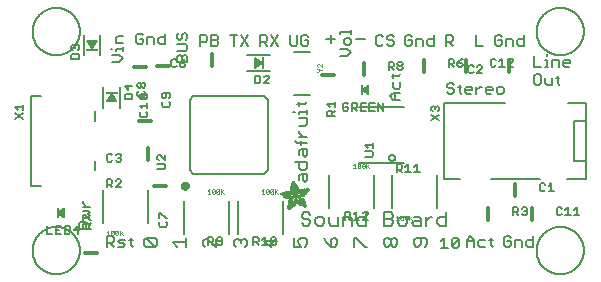
<source format=gbr>
G04 EAGLE Gerber RS-274X export*
G75*
%MOMM*%
%FSLAX34Y34*%
%LPD*%
%INSilkscreen Top*%
%IPPOS*%
%AMOC8*
5,1,8,0,0,1.08239X$1,22.5*%
G01*
%ADD10C,0.152400*%
%ADD11C,0.127000*%
%ADD12C,0.203200*%
%ADD13C,0.304800*%
%ADD14C,0.406400*%
%ADD15R,0.200000X1.000000*%
%ADD16C,0.050800*%
%ADD17R,0.190500X0.889000*%
%ADD18R,0.003800X0.034300*%
%ADD19R,0.003800X0.057200*%
%ADD20R,0.003800X0.076200*%
%ADD21R,0.003800X0.091400*%
%ADD22R,0.003800X0.102900*%
%ADD23R,0.003900X0.114300*%
%ADD24R,0.003800X0.129500*%
%ADD25R,0.003800X0.137200*%
%ADD26R,0.003800X0.144800*%
%ADD27R,0.003800X0.152400*%
%ADD28R,0.003800X0.160000*%
%ADD29R,0.003800X0.171500*%
%ADD30R,0.003800X0.175300*%
%ADD31R,0.003800X0.182900*%
%ADD32R,0.003800X0.190500*%
%ADD33R,0.003900X0.194300*%
%ADD34R,0.003800X0.201900*%
%ADD35R,0.003800X0.209500*%
%ADD36R,0.003800X0.213400*%
%ADD37R,0.003800X0.221000*%
%ADD38R,0.003800X0.224800*%
%ADD39R,0.003800X0.232400*%
%ADD40R,0.003800X0.240000*%
%ADD41R,0.003800X0.243800*%
%ADD42R,0.003800X0.247600*%
%ADD43R,0.003900X0.255300*%
%ADD44R,0.003800X0.259100*%
%ADD45R,0.003800X0.262900*%
%ADD46R,0.003800X0.270500*%
%ADD47R,0.003800X0.274300*%
%ADD48R,0.003800X0.281900*%
%ADD49R,0.003800X0.285700*%
%ADD50R,0.003800X0.289500*%
%ADD51R,0.003800X0.297200*%
%ADD52R,0.003800X0.301000*%
%ADD53R,0.003900X0.304800*%
%ADD54R,0.003800X0.312400*%
%ADD55R,0.003800X0.316200*%
%ADD56R,0.003800X0.320000*%
%ADD57R,0.003800X0.327600*%
%ADD58R,0.003800X0.331500*%
%ADD59R,0.003800X0.339100*%
%ADD60R,0.003800X0.342900*%
%ADD61R,0.003800X0.346700*%
%ADD62R,0.003800X0.354300*%
%ADD63R,0.003900X0.358100*%
%ADD64R,0.003800X0.361900*%
%ADD65R,0.003800X0.369600*%
%ADD66R,0.003800X0.373400*%
%ADD67R,0.003800X0.377200*%
%ADD68R,0.003800X0.384800*%
%ADD69R,0.003800X0.388600*%
%ADD70R,0.003800X0.396200*%
%ADD71R,0.003800X0.400000*%
%ADD72R,0.003800X0.403800*%
%ADD73R,0.003900X0.411500*%
%ADD74R,0.003800X0.415300*%
%ADD75R,0.003800X0.419100*%
%ADD76R,0.003800X0.045700*%
%ADD77R,0.003800X0.426700*%
%ADD78R,0.003800X0.072400*%
%ADD79R,0.003800X0.430500*%
%ADD80R,0.003800X0.095300*%
%ADD81R,0.003800X0.438100*%
%ADD82R,0.003800X0.110500*%
%ADD83R,0.003800X0.441900*%
%ADD84R,0.003800X0.445800*%
%ADD85R,0.003800X0.144700*%
%ADD86R,0.003800X0.453400*%
%ADD87R,0.003800X0.457200*%
%ADD88R,0.003900X0.175300*%
%ADD89R,0.003900X0.461000*%
%ADD90R,0.003800X0.468600*%
%ADD91R,0.003800X0.205800*%
%ADD92R,0.003800X0.472400*%
%ADD93R,0.003800X0.217200*%
%ADD94R,0.003800X0.476200*%
%ADD95R,0.003800X0.483900*%
%ADD96R,0.003800X0.247700*%
%ADD97R,0.003800X0.487700*%
%ADD98R,0.003800X0.495300*%
%ADD99R,0.003800X0.499100*%
%ADD100R,0.003800X0.502900*%
%ADD101R,0.003800X0.510500*%
%ADD102R,0.003900X0.308600*%
%ADD103R,0.003900X0.514300*%
%ADD104R,0.003800X0.323800*%
%ADD105R,0.003800X0.518100*%
%ADD106R,0.003800X0.335300*%
%ADD107R,0.003800X0.525800*%
%ADD108R,0.003800X0.529600*%
%ADD109R,0.003800X0.358100*%
%ADD110R,0.003800X0.533400*%
%ADD111R,0.003800X0.537200*%
%ADD112R,0.003800X0.381000*%
%ADD113R,0.003800X0.544800*%
%ADD114R,0.003800X0.392400*%
%ADD115R,0.003800X0.548600*%
%ADD116R,0.003800X0.552400*%
%ADD117R,0.003800X0.556200*%
%ADD118R,0.003900X0.422900*%
%ADD119R,0.003900X0.560100*%
%ADD120R,0.003800X0.434300*%
%ADD121R,0.003800X0.563900*%
%ADD122R,0.003800X0.567700*%
%ADD123R,0.003800X0.461000*%
%ADD124R,0.003800X0.571500*%
%ADD125R,0.003800X0.575300*%
%ADD126R,0.003800X0.480100*%
%ADD127R,0.003800X0.579100*%
%ADD128R,0.003800X0.491500*%
%ADD129R,0.003800X0.582900*%
%ADD130R,0.003800X0.586700*%
%ADD131R,0.003800X0.510600*%
%ADD132R,0.003800X0.590500*%
%ADD133R,0.003800X0.522000*%
%ADD134R,0.003800X0.594300*%
%ADD135R,0.003900X0.533400*%
%ADD136R,0.003900X0.598200*%
%ADD137R,0.003800X0.541000*%
%ADD138R,0.003800X0.602000*%
%ADD139R,0.003800X0.552500*%
%ADD140R,0.003800X0.605800*%
%ADD141R,0.003800X0.560100*%
%ADD142R,0.003800X0.609600*%
%ADD143R,0.003800X0.613400*%
%ADD144R,0.003800X0.583000*%
%ADD145R,0.003800X0.617200*%
%ADD146R,0.003800X0.594400*%
%ADD147R,0.003800X0.621000*%
%ADD148R,0.003800X0.598200*%
%ADD149R,0.003800X0.624800*%
%ADD150R,0.003900X0.613500*%
%ADD151R,0.003900X0.628600*%
%ADD152R,0.003800X0.632400*%
%ADD153R,0.003800X0.628600*%
%ADD154R,0.003800X0.636300*%
%ADD155R,0.003800X0.640100*%
%ADD156R,0.003800X0.636200*%
%ADD157R,0.003800X0.643900*%
%ADD158R,0.003800X0.647700*%
%ADD159R,0.003800X0.651500*%
%ADD160R,0.003800X0.659100*%
%ADD161R,0.003900X0.659100*%
%ADD162R,0.003900X0.655300*%
%ADD163R,0.003800X0.662900*%
%ADD164R,0.003800X0.655300*%
%ADD165R,0.003800X0.670500*%
%ADD166R,0.003800X0.670600*%
%ADD167R,0.003800X0.674400*%
%ADD168R,0.003800X0.682000*%
%ADD169R,0.003800X0.666700*%
%ADD170R,0.003800X0.685800*%
%ADD171R,0.003800X0.689600*%
%ADD172R,0.003900X0.693400*%
%ADD173R,0.003900X0.674400*%
%ADD174R,0.003800X0.697200*%
%ADD175R,0.003800X0.678200*%
%ADD176R,0.003800X0.697300*%
%ADD177R,0.003800X0.701100*%
%ADD178R,0.003800X0.704900*%
%ADD179R,0.003800X0.708700*%
%ADD180R,0.003800X0.712500*%
%ADD181R,0.003800X0.716300*%
%ADD182R,0.003900X0.720100*%
%ADD183R,0.003900X0.689600*%
%ADD184R,0.003800X0.720000*%
%ADD185R,0.003800X0.693400*%
%ADD186R,0.003800X0.723900*%
%ADD187R,0.003800X0.727700*%
%ADD188R,0.003800X0.731500*%
%ADD189R,0.003800X0.701000*%
%ADD190R,0.003800X0.735300*%
%ADD191R,0.003900X0.731500*%
%ADD192R,0.003900X0.701000*%
%ADD193R,0.003800X0.704800*%
%ADD194R,0.003800X0.739100*%
%ADD195R,0.003800X0.743000*%
%ADD196R,0.003800X0.739200*%
%ADD197R,0.003900X0.743000*%
%ADD198R,0.003900X0.704800*%
%ADD199R,0.003800X0.746800*%
%ADD200R,0.003900X0.746800*%
%ADD201R,0.003800X0.742900*%
%ADD202R,0.003800X0.746700*%
%ADD203R,0.003900X0.746700*%
%ADD204R,0.003800X1.428800*%
%ADD205R,0.003800X1.424900*%
%ADD206R,0.003900X1.421100*%
%ADD207R,0.003800X1.421100*%
%ADD208R,0.003800X1.417300*%
%ADD209R,0.003800X1.413500*%
%ADD210R,0.003800X1.409700*%
%ADD211R,0.003800X1.405900*%
%ADD212R,0.003800X1.402100*%
%ADD213R,0.003800X1.398300*%
%ADD214R,0.003900X0.983000*%
%ADD215R,0.003900X0.384800*%
%ADD216R,0.003800X0.971600*%
%ADD217R,0.003800X0.963900*%
%ADD218R,0.003800X0.956300*%
%ADD219R,0.003800X0.365800*%
%ADD220R,0.003800X0.952500*%
%ADD221R,0.003800X0.941000*%
%ADD222R,0.003800X0.358200*%
%ADD223R,0.003800X0.937200*%
%ADD224R,0.003800X0.933400*%
%ADD225R,0.003800X0.354400*%
%ADD226R,0.003800X0.925800*%
%ADD227R,0.003800X0.350500*%
%ADD228R,0.003800X0.922000*%
%ADD229R,0.003900X0.918200*%
%ADD230R,0.003900X0.346700*%
%ADD231R,0.003800X0.910600*%
%ADD232R,0.003800X0.906800*%
%ADD233R,0.003800X0.903000*%
%ADD234R,0.003800X0.339000*%
%ADD235R,0.003800X0.895300*%
%ADD236R,0.003800X0.335200*%
%ADD237R,0.003800X0.887700*%
%ADD238R,0.003800X0.883900*%
%ADD239R,0.003800X0.331400*%
%ADD240R,0.003800X0.880100*%
%ADD241R,0.003800X0.876300*%
%ADD242R,0.003900X0.468600*%
%ADD243R,0.003900X0.396200*%
%ADD244R,0.003900X0.323800*%
%ADD245R,0.003800X0.449600*%
%ADD246R,0.003800X0.323900*%
%ADD247R,0.003800X0.442000*%
%ADD248R,0.003800X0.434400*%
%ADD249R,0.003800X0.320100*%
%ADD250R,0.003800X0.316300*%
%ADD251R,0.003800X0.426800*%
%ADD252R,0.003800X0.327700*%
%ADD253R,0.003800X0.312500*%
%ADD254R,0.003800X0.422900*%
%ADD255R,0.003800X0.308600*%
%ADD256R,0.003800X0.293400*%
%ADD257R,0.003800X0.304800*%
%ADD258R,0.003900X0.419100*%
%ADD259R,0.003900X0.285700*%
%ADD260R,0.003900X0.301000*%
%ADD261R,0.003800X0.411500*%
%ADD262R,0.003800X0.407700*%
%ADD263R,0.003800X0.289600*%
%ADD264R,0.003800X0.285800*%
%ADD265R,0.003800X0.403900*%
%ADD266R,0.003800X0.228600*%
%ADD267R,0.003900X0.403900*%
%ADD268R,0.003900X0.221000*%
%ADD269R,0.003900X0.278100*%
%ADD270R,0.003800X0.400100*%
%ADD271R,0.003800X0.209600*%
%ADD272R,0.003800X0.266700*%
%ADD273R,0.003800X0.038100*%
%ADD274R,0.003800X0.194300*%
%ADD275R,0.003800X0.148600*%
%ADD276R,0.003800X0.259000*%
%ADD277R,0.003800X0.182800*%
%ADD278R,0.003800X0.186700*%
%ADD279R,0.003800X0.251400*%
%ADD280R,0.003800X0.179100*%
%ADD281R,0.003800X0.236200*%
%ADD282R,0.003900X0.243900*%
%ADD283R,0.003900X0.282000*%
%ADD284R,0.003800X0.167700*%
%ADD285R,0.003800X0.236300*%
%ADD286R,0.003800X0.396300*%
%ADD287R,0.003800X0.163900*%
%ADD288R,0.003800X0.392500*%
%ADD289R,0.003800X0.160100*%
%ADD290R,0.003800X0.586800*%
%ADD291R,0.003800X0.148500*%
%ADD292R,0.003800X0.140900*%
%ADD293R,0.003900X0.392400*%
%ADD294R,0.003900X0.140900*%
%ADD295R,0.003900X0.647700*%
%ADD296R,0.003800X0.133300*%
%ADD297R,0.003800X0.674300*%
%ADD298R,0.003800X0.388700*%
%ADD299R,0.003800X0.125700*%
%ADD300R,0.003800X0.121900*%
%ADD301R,0.003800X0.720100*%
%ADD302R,0.003800X0.118100*%
%ADD303R,0.003900X0.118100*%
%ADD304R,0.003900X0.739100*%
%ADD305R,0.003800X0.114300*%
%ADD306R,0.003800X0.754400*%
%ADD307R,0.003800X0.765800*%
%ADD308R,0.003800X0.773400*%
%ADD309R,0.003800X0.784800*%
%ADD310R,0.003800X0.118200*%
%ADD311R,0.003800X0.792500*%
%ADD312R,0.003800X0.803900*%
%ADD313R,0.003800X0.122000*%
%ADD314R,0.003800X0.815400*%
%ADD315R,0.003800X0.125800*%
%ADD316R,0.003800X0.826800*%
%ADD317R,0.003900X0.369500*%
%ADD318R,0.003900X0.133400*%
%ADD319R,0.003900X0.842000*%
%ADD320R,0.003800X0.365700*%
%ADD321R,0.003800X1.009700*%
%ADD322R,0.003800X1.013500*%
%ADD323R,0.003800X0.362000*%
%ADD324R,0.003800X1.024900*%
%ADD325R,0.003800X1.028700*%
%ADD326R,0.003800X1.036300*%
%ADD327R,0.003800X1.047800*%
%ADD328R,0.003800X1.055400*%
%ADD329R,0.003800X1.070600*%
%ADD330R,0.003800X0.030500*%
%ADD331R,0.003800X1.436400*%
%ADD332R,0.003900X1.562100*%
%ADD333R,0.003800X1.588700*%
%ADD334R,0.003800X1.607800*%
%ADD335R,0.003800X1.626900*%
%ADD336R,0.003800X1.642100*%
%ADD337R,0.003800X1.657400*%
%ADD338R,0.003800X1.676400*%
%ADD339R,0.003800X1.687800*%
%ADD340R,0.003800X1.703000*%
%ADD341R,0.003800X1.714500*%
%ADD342R,0.003900X1.726000*%
%ADD343R,0.003800X1.741200*%
%ADD344R,0.003800X0.914400*%
%ADD345R,0.003800X0.769600*%
%ADD346R,0.003800X0.884000*%
%ADD347R,0.003800X0.712400*%
%ADD348R,0.003900X0.880100*%
%ADD349R,0.003800X0.887800*%
%ADD350R,0.003800X0.891600*%
%ADD351R,0.003800X0.895400*%
%ADD352R,0.003800X0.251500*%
%ADD353R,0.003900X0.579200*%
%ADD354R,0.003800X0.243900*%
%ADD355R,0.003800X0.556300*%
%ADD356R,0.003800X0.255200*%
%ADD357R,0.003800X0.529500*%
%ADD358R,0.003800X0.731600*%
%ADD359R,0.003900X0.525800*%
%ADD360R,0.003900X0.281900*%
%ADD361R,0.003900X0.735400*%
%ADD362R,0.003800X0.300900*%
%ADD363R,0.003800X0.762000*%
%ADD364R,0.003800X0.518200*%
%ADD365R,0.003800X0.350600*%
%ADD366R,0.003800X0.796300*%
%ADD367R,0.003800X0.807800*%
%ADD368R,0.003800X0.506700*%
%ADD369R,0.003800X0.849600*%
%ADD370R,0.003900X0.506700*%
%ADD371R,0.003900X1.371600*%
%ADD372R,0.003800X1.207800*%
%ADD373R,0.003800X0.503000*%
%ADD374R,0.003800X0.141000*%
%ADD375R,0.003800X1.203900*%
%ADD376R,0.003800X1.204000*%
%ADD377R,0.003800X1.200200*%
%ADD378R,0.003900X0.499100*%
%ADD379R,0.003900X0.156200*%
%ADD380R,0.003900X1.196400*%
%ADD381R,0.003800X1.196400*%
%ADD382R,0.003800X0.163800*%
%ADD383R,0.003800X0.167600*%
%ADD384R,0.003800X1.192500*%
%ADD385R,0.003800X0.499200*%
%ADD386R,0.003800X1.188700*%
%ADD387R,0.003800X0.506800*%
%ADD388R,0.003800X1.184900*%
%ADD389R,0.003900X0.510600*%
%ADD390R,0.003900X0.209600*%
%ADD391R,0.003900X1.181100*%
%ADD392R,0.003800X0.514400*%
%ADD393R,0.003800X1.181100*%
%ADD394R,0.003800X1.177300*%
%ADD395R,0.003800X0.240100*%
%ADD396R,0.003800X1.173500*%
%ADD397R,0.003800X1.169700*%
%ADD398R,0.003800X1.165900*%
%ADD399R,0.003800X1.162100*%
%ADD400R,0.003900X0.929700*%
%ADD401R,0.003900X1.162100*%
%ADD402R,0.003800X0.929700*%
%ADD403R,0.003800X1.154500*%
%ADD404R,0.003800X0.933500*%
%ADD405R,0.003800X1.150600*%
%ADD406R,0.003800X0.937300*%
%ADD407R,0.003800X1.146800*%
%ADD408R,0.003800X0.941100*%
%ADD409R,0.003800X1.139200*%
%ADD410R,0.003800X0.944900*%
%ADD411R,0.003800X1.135400*%
%ADD412R,0.003800X0.948700*%
%ADD413R,0.003800X1.127800*%
%ADD414R,0.003800X1.124000*%
%ADD415R,0.003800X1.116400*%
%ADD416R,0.003900X0.956300*%
%ADD417R,0.003900X1.104900*%
%ADD418R,0.003800X0.960100*%
%ADD419R,0.003800X1.093500*%
%ADD420R,0.003800X1.085900*%
%ADD421R,0.003800X0.967800*%
%ADD422R,0.003800X1.074500*%
%ADD423R,0.003800X1.063000*%
%ADD424R,0.003800X0.975400*%
%ADD425R,0.003800X1.036400*%
%ADD426R,0.003800X0.979200*%
%ADD427R,0.003800X1.021000*%
%ADD428R,0.003800X0.983000*%
%ADD429R,0.003800X1.009600*%
%ADD430R,0.003800X0.986800*%
%ADD431R,0.003800X0.998200*%
%ADD432R,0.003900X0.990600*%
%ADD433R,0.003900X0.986700*%
%ADD434R,0.003800X0.994400*%
%ADD435R,0.003800X0.975300*%
%ADD436R,0.003800X0.948600*%
%ADD437R,0.003800X1.002000*%
%ADD438R,0.003800X0.213300*%
%ADD439R,0.003800X0.217100*%
%ADD440R,0.003800X1.017300*%
%ADD441R,0.003800X0.666800*%
%ADD442R,0.003800X0.220900*%
%ADD443R,0.003900X1.028700*%
%ADD444R,0.003900X0.224700*%
%ADD445R,0.003800X1.032500*%
%ADD446R,0.003800X1.040100*%
%ADD447R,0.003800X1.043900*%
%ADD448R,0.003800X0.548700*%
%ADD449R,0.003800X1.051500*%
%ADD450R,0.003800X1.055300*%
%ADD451R,0.003800X1.059100*%
%ADD452R,0.003800X1.062900*%
%ADD453R,0.003800X0.255300*%
%ADD454R,0.003900X1.066800*%
%ADD455R,0.003900X0.259100*%
%ADD456R,0.003900X0.457200*%
%ADD457R,0.003800X0.423000*%
%ADD458R,0.003800X1.082100*%
%ADD459R,0.003800X0.274400*%
%ADD460R,0.003800X0.278200*%
%ADD461R,0.003800X1.101100*%
%ADD462R,0.003800X0.278100*%
%ADD463R,0.003900X0.876300*%
%ADD464R,0.003900X0.236200*%
%ADD465R,0.003900X0.289600*%
%ADD466R,0.003900X0.247700*%
%ADD467R,0.003800X0.049500*%
%ADD468R,0.003900X0.640100*%
%ADD469R,0.003800X0.659200*%
%ADD470R,0.003800X0.663000*%
%ADD471R,0.003900X0.872500*%
%ADD472R,0.003900X0.666800*%
%ADD473R,0.003800X0.872500*%
%ADD474R,0.003800X0.868700*%
%ADD475R,0.003800X0.864900*%
%ADD476R,0.003800X0.861100*%
%ADD477R,0.003800X0.857300*%
%ADD478R,0.003800X0.853400*%
%ADD479R,0.003800X0.845800*%
%ADD480R,0.003900X0.682000*%
%ADD481R,0.003800X0.842000*%
%ADD482R,0.003800X0.834400*%
%ADD483R,0.003800X0.823000*%
%ADD484R,0.003800X0.815300*%
%ADD485R,0.003800X0.811500*%
%ADD486R,0.003800X0.788700*%
%ADD487R,0.003900X0.777300*%
%ADD488R,0.003800X0.750600*%
%ADD489R,0.003800X0.735400*%
%ADD490R,0.003800X0.727800*%
%ADD491R,0.003800X0.628700*%
%ADD492R,0.003800X0.575400*%
%ADD493R,0.003900X0.670600*%
%ADD494R,0.003800X0.655400*%
%ADD495R,0.003900X0.651500*%
%ADD496R,0.003900X0.624800*%
%ADD497R,0.003900X0.594400*%
%ADD498R,0.003900X0.563900*%
%ADD499R,0.003800X0.541100*%
%ADD500R,0.003800X0.537300*%
%ADD501R,0.003800X0.525700*%
%ADD502R,0.003900X0.525700*%
%ADD503R,0.003800X0.514300*%
%ADD504R,0.003900X0.480100*%
%ADD505R,0.003800X0.464800*%
%ADD506R,0.003900X0.442000*%
%ADD507R,0.003800X0.438200*%
%ADD508R,0.003800X0.430600*%
%ADD509R,0.003800X0.407600*%
%ADD510R,0.003900X0.403800*%
%ADD511R,0.003900X0.365700*%
%ADD512R,0.003900X0.327700*%
%ADD513R,0.003900X0.243800*%
%ADD514R,0.003900X0.205800*%
%ADD515R,0.003800X0.198100*%
%ADD516R,0.003900X0.163800*%
%ADD517R,0.003800X0.137100*%
%ADD518R,0.003900X0.091500*%
%ADD519R,0.003800X0.060900*%
%ADD520C,0.025400*%
%ADD521R,1.000000X0.200000*%

G36*
X27962Y48772D02*
X27962Y48772D01*
X27979Y48770D01*
X28082Y48792D01*
X28187Y48810D01*
X28202Y48818D01*
X28220Y48822D01*
X28310Y48876D01*
X28404Y48926D01*
X28416Y48939D01*
X28431Y48948D01*
X28500Y49028D01*
X28572Y49105D01*
X28579Y49122D01*
X28591Y49135D01*
X28630Y49233D01*
X28674Y49329D01*
X28676Y49347D01*
X28683Y49363D01*
X28701Y49530D01*
X28701Y57150D01*
X28699Y57167D01*
X28700Y57182D01*
X28700Y57185D01*
X28679Y57289D01*
X28662Y57393D01*
X28653Y57408D01*
X28650Y57426D01*
X28596Y57517D01*
X28546Y57610D01*
X28534Y57622D01*
X28525Y57638D01*
X28445Y57707D01*
X28368Y57780D01*
X28352Y57787D01*
X28338Y57799D01*
X28241Y57839D01*
X28145Y57883D01*
X28127Y57885D01*
X28111Y57892D01*
X28005Y57899D01*
X27901Y57910D01*
X27883Y57906D01*
X27865Y57908D01*
X27763Y57880D01*
X27690Y57864D01*
X27687Y57864D01*
X27660Y57858D01*
X27645Y57849D01*
X27628Y57844D01*
X27483Y57759D01*
X22403Y53949D01*
X22400Y53946D01*
X22397Y53944D01*
X22315Y53857D01*
X22233Y53772D01*
X22231Y53768D01*
X22228Y53765D01*
X22178Y53656D01*
X22128Y53549D01*
X22128Y53545D01*
X22126Y53541D01*
X22113Y53423D01*
X22100Y53305D01*
X22100Y53301D01*
X22100Y53296D01*
X22126Y53180D01*
X22151Y53064D01*
X22153Y53060D01*
X22154Y53056D01*
X22215Y52954D01*
X22276Y52852D01*
X22279Y52849D01*
X22281Y52846D01*
X22403Y52731D01*
X27483Y48921D01*
X27499Y48913D01*
X27512Y48901D01*
X27608Y48856D01*
X27701Y48807D01*
X27719Y48804D01*
X27735Y48797D01*
X27840Y48785D01*
X27944Y48769D01*
X27962Y48772D01*
G37*
G36*
X285772Y152912D02*
X285772Y152912D01*
X285789Y152910D01*
X285892Y152932D01*
X285997Y152950D01*
X286012Y152958D01*
X286030Y152962D01*
X286120Y153016D01*
X286214Y153066D01*
X286226Y153079D01*
X286241Y153088D01*
X286310Y153168D01*
X286382Y153245D01*
X286389Y153262D01*
X286401Y153275D01*
X286440Y153373D01*
X286484Y153469D01*
X286486Y153487D01*
X286493Y153503D01*
X286511Y153670D01*
X286511Y161290D01*
X286509Y161307D01*
X286510Y161322D01*
X286510Y161325D01*
X286489Y161429D01*
X286472Y161533D01*
X286463Y161548D01*
X286460Y161566D01*
X286406Y161657D01*
X286356Y161750D01*
X286344Y161762D01*
X286335Y161778D01*
X286255Y161847D01*
X286178Y161920D01*
X286162Y161927D01*
X286148Y161939D01*
X286051Y161979D01*
X285955Y162023D01*
X285937Y162025D01*
X285921Y162032D01*
X285815Y162039D01*
X285711Y162050D01*
X285693Y162046D01*
X285675Y162048D01*
X285573Y162020D01*
X285500Y162004D01*
X285497Y162004D01*
X285470Y161998D01*
X285455Y161989D01*
X285438Y161984D01*
X285293Y161899D01*
X280213Y158089D01*
X280210Y158086D01*
X280207Y158084D01*
X280125Y157997D01*
X280043Y157912D01*
X280041Y157908D01*
X280038Y157905D01*
X279988Y157796D01*
X279938Y157689D01*
X279938Y157685D01*
X279936Y157681D01*
X279923Y157563D01*
X279910Y157445D01*
X279910Y157441D01*
X279910Y157436D01*
X279936Y157320D01*
X279961Y157204D01*
X279963Y157200D01*
X279964Y157196D01*
X280025Y157094D01*
X280086Y156992D01*
X280089Y156989D01*
X280091Y156986D01*
X280213Y156871D01*
X285293Y153061D01*
X285309Y153053D01*
X285322Y153041D01*
X285418Y152996D01*
X285511Y152947D01*
X285529Y152944D01*
X285545Y152937D01*
X285650Y152925D01*
X285754Y152909D01*
X285772Y152912D01*
G37*
G36*
X52186Y193575D02*
X52186Y193575D01*
X52213Y193575D01*
X52324Y193607D01*
X52437Y193633D01*
X52460Y193646D01*
X52486Y193654D01*
X52584Y193716D01*
X52685Y193772D01*
X52701Y193790D01*
X52726Y193805D01*
X52911Y194013D01*
X52915Y194017D01*
X54915Y197017D01*
X54946Y197081D01*
X54986Y197141D01*
X55007Y197209D01*
X55038Y197273D01*
X55050Y197344D01*
X55071Y197412D01*
X55073Y197483D01*
X55085Y197554D01*
X55077Y197625D01*
X55079Y197696D01*
X55061Y197765D01*
X55052Y197836D01*
X55025Y197902D01*
X55007Y197971D01*
X54970Y198032D01*
X54943Y198098D01*
X54898Y198154D01*
X54862Y198216D01*
X54810Y198265D01*
X54765Y198320D01*
X54707Y198361D01*
X54654Y198410D01*
X54591Y198443D01*
X54533Y198484D01*
X54465Y198507D01*
X54401Y198540D01*
X54342Y198550D01*
X54264Y198577D01*
X54145Y198583D01*
X54070Y198595D01*
X50070Y198595D01*
X49999Y198585D01*
X49927Y198585D01*
X49859Y198565D01*
X49789Y198555D01*
X49723Y198526D01*
X49654Y198506D01*
X49594Y198468D01*
X49529Y198439D01*
X49474Y198393D01*
X49414Y198355D01*
X49366Y198302D01*
X49312Y198256D01*
X49272Y198196D01*
X49225Y198142D01*
X49194Y198078D01*
X49155Y198019D01*
X49133Y197951D01*
X49102Y197886D01*
X49090Y197816D01*
X49069Y197748D01*
X49067Y197676D01*
X49055Y197606D01*
X49063Y197535D01*
X49061Y197464D01*
X49080Y197394D01*
X49088Y197323D01*
X49113Y197268D01*
X49133Y197189D01*
X49194Y197086D01*
X49225Y197017D01*
X51225Y194017D01*
X51302Y193930D01*
X51375Y193840D01*
X51397Y193825D01*
X51415Y193805D01*
X51512Y193743D01*
X51607Y193676D01*
X51633Y193668D01*
X51655Y193653D01*
X51766Y193621D01*
X51876Y193583D01*
X51903Y193582D01*
X51928Y193575D01*
X52044Y193575D01*
X52160Y193569D01*
X52186Y193575D01*
G37*
G36*
X191085Y177333D02*
X191085Y177333D01*
X191156Y177331D01*
X191226Y177350D01*
X191297Y177358D01*
X191352Y177383D01*
X191431Y177403D01*
X191534Y177464D01*
X191603Y177495D01*
X194603Y179495D01*
X194690Y179572D01*
X194780Y179645D01*
X194795Y179667D01*
X194815Y179685D01*
X194877Y179782D01*
X194944Y179877D01*
X194952Y179903D01*
X194967Y179925D01*
X194999Y180036D01*
X195037Y180146D01*
X195038Y180173D01*
X195045Y180198D01*
X195045Y180314D01*
X195051Y180430D01*
X195045Y180456D01*
X195045Y180483D01*
X195013Y180594D01*
X194987Y180707D01*
X194974Y180730D01*
X194966Y180756D01*
X194904Y180854D01*
X194848Y180955D01*
X194830Y180971D01*
X194815Y180996D01*
X194607Y181181D01*
X194603Y181185D01*
X191603Y183185D01*
X191539Y183216D01*
X191479Y183256D01*
X191411Y183277D01*
X191347Y183308D01*
X191276Y183320D01*
X191208Y183341D01*
X191137Y183343D01*
X191067Y183355D01*
X190995Y183347D01*
X190924Y183349D01*
X190855Y183331D01*
X190784Y183322D01*
X190718Y183295D01*
X190649Y183277D01*
X190588Y183240D01*
X190522Y183213D01*
X190466Y183168D01*
X190404Y183132D01*
X190355Y183080D01*
X190300Y183035D01*
X190259Y182977D01*
X190210Y182924D01*
X190177Y182861D01*
X190136Y182803D01*
X190113Y182735D01*
X190080Y182671D01*
X190070Y182612D01*
X190043Y182534D01*
X190037Y182415D01*
X190025Y182340D01*
X190025Y178340D01*
X190035Y178269D01*
X190035Y178197D01*
X190055Y178129D01*
X190065Y178059D01*
X190094Y177993D01*
X190114Y177924D01*
X190152Y177864D01*
X190181Y177799D01*
X190227Y177744D01*
X190265Y177684D01*
X190319Y177636D01*
X190365Y177582D01*
X190424Y177542D01*
X190478Y177495D01*
X190542Y177464D01*
X190601Y177425D01*
X190670Y177403D01*
X190734Y177372D01*
X190804Y177360D01*
X190872Y177339D01*
X190944Y177337D01*
X191015Y177325D01*
X191085Y177333D01*
G37*
G36*
X70651Y148125D02*
X70651Y148125D01*
X70723Y148125D01*
X70791Y148145D01*
X70862Y148155D01*
X70927Y148184D01*
X70996Y148204D01*
X71056Y148242D01*
X71121Y148271D01*
X71176Y148317D01*
X71236Y148355D01*
X71284Y148409D01*
X71338Y148455D01*
X71378Y148514D01*
X71425Y148568D01*
X71456Y148632D01*
X71496Y148691D01*
X71517Y148760D01*
X71548Y148824D01*
X71560Y148894D01*
X71581Y148962D01*
X71583Y149034D01*
X71595Y149105D01*
X71587Y149175D01*
X71589Y149246D01*
X71570Y149316D01*
X71562Y149387D01*
X71537Y149442D01*
X71517Y149521D01*
X71456Y149624D01*
X71425Y149693D01*
X69425Y152693D01*
X69348Y152780D01*
X69275Y152870D01*
X69253Y152885D01*
X69235Y152905D01*
X69138Y152967D01*
X69043Y153034D01*
X69017Y153042D01*
X68995Y153057D01*
X68884Y153089D01*
X68774Y153127D01*
X68747Y153128D01*
X68722Y153135D01*
X68606Y153135D01*
X68490Y153141D01*
X68464Y153135D01*
X68437Y153135D01*
X68326Y153103D01*
X68213Y153077D01*
X68190Y153064D01*
X68164Y153056D01*
X68066Y152994D01*
X67965Y152938D01*
X67949Y152920D01*
X67924Y152905D01*
X67739Y152697D01*
X67735Y152693D01*
X65735Y149693D01*
X65704Y149629D01*
X65665Y149569D01*
X65643Y149501D01*
X65612Y149437D01*
X65600Y149366D01*
X65579Y149298D01*
X65577Y149227D01*
X65565Y149157D01*
X65573Y149085D01*
X65571Y149014D01*
X65589Y148945D01*
X65598Y148874D01*
X65625Y148808D01*
X65643Y148739D01*
X65680Y148678D01*
X65707Y148612D01*
X65752Y148556D01*
X65789Y148494D01*
X65840Y148445D01*
X65885Y148390D01*
X65944Y148349D01*
X65996Y148300D01*
X66059Y148267D01*
X66117Y148226D01*
X66185Y148203D01*
X66249Y148170D01*
X66308Y148160D01*
X66386Y148133D01*
X66505Y148127D01*
X66580Y148115D01*
X70580Y148115D01*
X70651Y148125D01*
G37*
D10*
X123861Y24628D02*
X120132Y28357D01*
X131318Y28357D01*
X131318Y32085D02*
X131318Y24628D01*
X156718Y24125D02*
X156718Y31582D01*
X156718Y24125D02*
X149261Y31582D01*
X147397Y31582D01*
X145532Y29718D01*
X145532Y25989D01*
X147397Y24125D01*
X172202Y25989D02*
X174067Y24125D01*
X172202Y25989D02*
X172202Y29718D01*
X174067Y31582D01*
X175931Y31582D01*
X177795Y29718D01*
X177795Y27854D01*
X177795Y29718D02*
X179660Y31582D01*
X181524Y31582D01*
X183388Y29718D01*
X183388Y25989D01*
X181524Y24125D01*
X197602Y29718D02*
X208788Y29718D01*
X203195Y24125D02*
X197602Y29718D01*
X203195Y31582D02*
X203195Y24125D01*
X223002Y24892D02*
X223002Y32349D01*
X223002Y24892D02*
X228595Y24892D01*
X226731Y28621D01*
X226731Y30485D01*
X228595Y32349D01*
X232324Y32349D01*
X234188Y30485D01*
X234188Y26756D01*
X232324Y24892D01*
X248402Y32349D02*
X250267Y28621D01*
X253995Y24892D01*
X257724Y24892D01*
X259588Y26756D01*
X259588Y30485D01*
X257724Y32349D01*
X255860Y32349D01*
X253995Y30485D01*
X253995Y24892D01*
X273802Y24892D02*
X273802Y32349D01*
X275667Y32349D01*
X283124Y24892D01*
X284988Y24892D01*
X299202Y26756D02*
X301067Y24892D01*
X299202Y26756D02*
X299202Y30485D01*
X301067Y32349D01*
X302931Y32349D01*
X304795Y30485D01*
X306660Y32349D01*
X308524Y32349D01*
X310388Y30485D01*
X310388Y26756D01*
X308524Y24892D01*
X306660Y24892D01*
X304795Y26756D01*
X302931Y24892D01*
X301067Y24892D01*
X304795Y26756D02*
X304795Y30485D01*
X333924Y24892D02*
X335788Y26756D01*
X335788Y30485D01*
X333924Y32349D01*
X326467Y32349D01*
X324602Y30485D01*
X324602Y26756D01*
X326467Y24892D01*
X328331Y24892D01*
X330195Y26756D01*
X330195Y32349D01*
D11*
X347345Y29427D02*
X350311Y32393D01*
X350311Y23495D01*
X347345Y23495D02*
X353277Y23495D01*
X356700Y24978D02*
X356700Y30910D01*
X358183Y32393D01*
X361149Y32393D01*
X362632Y30910D01*
X362632Y24978D01*
X361149Y23495D01*
X358183Y23495D01*
X356700Y24978D01*
X362632Y30910D01*
D10*
X105324Y24628D02*
X97867Y24628D01*
X96002Y26492D01*
X96002Y30221D01*
X97867Y32085D01*
X105324Y32085D01*
X107188Y30221D01*
X107188Y26492D01*
X105324Y24628D01*
X97867Y32085D01*
D11*
X64588Y33663D02*
X64588Y24765D01*
X64588Y33663D02*
X69037Y33663D01*
X70520Y32180D01*
X70520Y29214D01*
X69037Y27731D01*
X64588Y27731D01*
X67554Y27731D02*
X70520Y24765D01*
X73943Y24765D02*
X78392Y24765D01*
X79875Y26248D01*
X78392Y27731D01*
X75426Y27731D01*
X73943Y29214D01*
X75426Y30697D01*
X79875Y30697D01*
X84781Y32180D02*
X84781Y26248D01*
X86264Y24765D01*
X86264Y30697D02*
X83298Y30697D01*
X369388Y30697D02*
X369388Y24765D01*
X369388Y30697D02*
X372354Y33663D01*
X375320Y30697D01*
X375320Y24765D01*
X375320Y29214D02*
X369388Y29214D01*
X380226Y30697D02*
X384675Y30697D01*
X380226Y30697D02*
X378743Y29214D01*
X378743Y26248D01*
X380226Y24765D01*
X384675Y24765D01*
X389581Y26248D02*
X389581Y32180D01*
X389581Y26248D02*
X391064Y24765D01*
X391064Y30697D02*
X388098Y30697D01*
X405134Y33663D02*
X406617Y32180D01*
X405134Y33663D02*
X402168Y33663D01*
X400685Y32180D01*
X400685Y26248D01*
X402168Y24765D01*
X405134Y24765D01*
X406617Y26248D01*
X406617Y29214D01*
X403651Y29214D01*
X410040Y30697D02*
X410040Y24765D01*
X410040Y30697D02*
X414489Y30697D01*
X415972Y29214D01*
X415972Y24765D01*
X425327Y24765D02*
X425327Y33663D01*
X425327Y24765D02*
X420878Y24765D01*
X419395Y26248D01*
X419395Y29214D01*
X420878Y30697D01*
X425327Y30697D01*
X75139Y181428D02*
X69207Y181428D01*
X75139Y181428D02*
X78105Y184394D01*
X75139Y187360D01*
X69207Y187360D01*
X72173Y190783D02*
X72173Y192266D01*
X78105Y192266D01*
X78105Y190783D02*
X78105Y193749D01*
X69207Y192266D02*
X67724Y192266D01*
X72173Y197020D02*
X78105Y197020D01*
X72173Y197020D02*
X72173Y201469D01*
X73656Y202952D01*
X78105Y202952D01*
X93921Y205113D02*
X95404Y203630D01*
X93921Y205113D02*
X90955Y205113D01*
X89472Y203630D01*
X89472Y197698D01*
X90955Y196215D01*
X93921Y196215D01*
X95404Y197698D01*
X95404Y200664D01*
X92438Y200664D01*
X98827Y202147D02*
X98827Y196215D01*
X98827Y202147D02*
X103276Y202147D01*
X104759Y200664D01*
X104759Y196215D01*
X114114Y196215D02*
X114114Y205113D01*
X114114Y196215D02*
X109666Y196215D01*
X108183Y197698D01*
X108183Y200664D01*
X109666Y202147D01*
X114114Y202147D01*
X123817Y180912D02*
X132715Y180912D01*
X123817Y180912D02*
X123817Y185361D01*
X125300Y186844D01*
X126783Y186844D01*
X128266Y185361D01*
X129749Y186844D01*
X131232Y186844D01*
X132715Y185361D01*
X132715Y180912D01*
X128266Y180912D02*
X128266Y185361D01*
X131232Y190267D02*
X123817Y190267D01*
X131232Y190267D02*
X132715Y191750D01*
X132715Y194716D01*
X131232Y196199D01*
X123817Y196199D01*
X123817Y204071D02*
X125300Y205554D01*
X123817Y204071D02*
X123817Y201106D01*
X125300Y199623D01*
X126783Y199623D01*
X128266Y201106D01*
X128266Y204071D01*
X129749Y205554D01*
X131232Y205554D01*
X132715Y204071D01*
X132715Y201106D01*
X131232Y199623D01*
X143680Y203843D02*
X143680Y194945D01*
X143680Y203843D02*
X148129Y203843D01*
X149612Y202360D01*
X149612Y199394D01*
X148129Y197911D01*
X143680Y197911D01*
X153035Y194945D02*
X153035Y203843D01*
X157484Y203843D01*
X158967Y202360D01*
X158967Y200877D01*
X157484Y199394D01*
X158967Y197911D01*
X158967Y196428D01*
X157484Y194945D01*
X153035Y194945D01*
X153035Y199394D02*
X157484Y199394D01*
X172046Y194945D02*
X172046Y203843D01*
X169080Y203843D02*
X175012Y203843D01*
X178435Y203843D02*
X184367Y194945D01*
X178435Y194945D02*
X184367Y203843D01*
X194480Y203843D02*
X194480Y194945D01*
X194480Y203843D02*
X198929Y203843D01*
X200412Y202360D01*
X200412Y199394D01*
X198929Y197911D01*
X194480Y197911D01*
X197446Y197911D02*
X200412Y194945D01*
X209767Y194945D02*
X203835Y203843D01*
X209767Y203843D02*
X203835Y194945D01*
X262247Y186281D02*
X268179Y186281D01*
X271145Y189247D01*
X268179Y192213D01*
X262247Y192213D01*
X271145Y197120D02*
X271145Y200085D01*
X269662Y201568D01*
X266696Y201568D01*
X265213Y200085D01*
X265213Y197120D01*
X266696Y195637D01*
X269662Y195637D01*
X271145Y197120D01*
X262247Y204992D02*
X262247Y206475D01*
X271145Y206475D01*
X271145Y204992D02*
X271145Y207958D01*
D10*
X275585Y200665D02*
X283042Y200665D01*
D11*
X219880Y203843D02*
X219880Y196428D01*
X221363Y194945D01*
X224329Y194945D01*
X225812Y196428D01*
X225812Y203843D01*
X233684Y203843D02*
X235167Y202360D01*
X233684Y203843D02*
X230718Y203843D01*
X229235Y202360D01*
X229235Y196428D01*
X230718Y194945D01*
X233684Y194945D01*
X235167Y196428D01*
X235167Y199394D01*
X232201Y199394D01*
X296719Y203843D02*
X298202Y202360D01*
X296719Y203843D02*
X293753Y203843D01*
X292270Y202360D01*
X292270Y196428D01*
X293753Y194945D01*
X296719Y194945D01*
X298202Y196428D01*
X306074Y203843D02*
X307557Y202360D01*
X306074Y203843D02*
X303108Y203843D01*
X301625Y202360D01*
X301625Y200877D01*
X303108Y199394D01*
X306074Y199394D01*
X307557Y197911D01*
X307557Y196428D01*
X306074Y194945D01*
X303108Y194945D01*
X301625Y196428D01*
X321251Y203843D02*
X322734Y202360D01*
X321251Y203843D02*
X318285Y203843D01*
X316802Y202360D01*
X316802Y196428D01*
X318285Y194945D01*
X321251Y194945D01*
X322734Y196428D01*
X322734Y199394D01*
X319768Y199394D01*
X326157Y200877D02*
X326157Y194945D01*
X326157Y200877D02*
X330606Y200877D01*
X332089Y199394D01*
X332089Y194945D01*
X341444Y194945D02*
X341444Y203843D01*
X341444Y194945D02*
X336996Y194945D01*
X335513Y196428D01*
X335513Y199394D01*
X336996Y200877D01*
X341444Y200877D01*
X351557Y203843D02*
X351557Y194945D01*
X351557Y203843D02*
X356006Y203843D01*
X357489Y202360D01*
X357489Y199394D01*
X356006Y197911D01*
X351557Y197911D01*
X354523Y197911D02*
X357489Y194945D01*
X376957Y194945D02*
X376957Y203843D01*
X376957Y194945D02*
X382889Y194945D01*
X397451Y203843D02*
X398934Y202360D01*
X397451Y203843D02*
X394485Y203843D01*
X393002Y202360D01*
X393002Y196428D01*
X394485Y194945D01*
X397451Y194945D01*
X398934Y196428D01*
X398934Y199394D01*
X395968Y199394D01*
X402357Y200877D02*
X402357Y194945D01*
X402357Y200877D02*
X406806Y200877D01*
X408289Y199394D01*
X408289Y194945D01*
X417644Y194945D02*
X417644Y203843D01*
X417644Y194945D02*
X413196Y194945D01*
X411713Y196428D01*
X411713Y199394D01*
X413196Y200877D01*
X417644Y200877D01*
X313055Y149225D02*
X307123Y149225D01*
X304157Y152191D01*
X307123Y155157D01*
X313055Y155157D01*
X308606Y155157D02*
X308606Y149225D01*
X307123Y160063D02*
X307123Y164512D01*
X307123Y160063D02*
X308606Y158580D01*
X311572Y158580D01*
X313055Y160063D01*
X313055Y164512D01*
X311572Y169418D02*
X305640Y169418D01*
X311572Y169418D02*
X313055Y170901D01*
X307123Y170901D02*
X307123Y167935D01*
X227536Y84459D02*
X227536Y81070D01*
X227536Y84459D02*
X229231Y86154D01*
X234315Y86154D01*
X234315Y81070D01*
X232620Y79375D01*
X230925Y81070D01*
X230925Y86154D01*
X234315Y96679D02*
X224146Y96679D01*
X234315Y96679D02*
X234315Y91594D01*
X232620Y89900D01*
X229231Y89900D01*
X227536Y91594D01*
X227536Y96679D01*
X227536Y102119D02*
X227536Y105509D01*
X229231Y107203D01*
X234315Y107203D01*
X234315Y102119D01*
X232620Y100424D01*
X230925Y102119D01*
X230925Y107203D01*
X234315Y112644D02*
X225841Y112644D01*
X224146Y114338D01*
X229231Y114338D02*
X229231Y110949D01*
X227536Y117965D02*
X234315Y117965D01*
X230925Y117965D02*
X227536Y121355D01*
X227536Y123050D01*
X227536Y126736D02*
X232620Y126736D01*
X234315Y128430D01*
X234315Y133515D01*
X227536Y133515D01*
X227536Y137260D02*
X227536Y138955D01*
X234315Y138955D01*
X234315Y137260D02*
X234315Y140650D01*
X224146Y138955D02*
X222452Y138955D01*
X225841Y145971D02*
X232620Y145971D01*
X234315Y147666D01*
X227536Y147666D02*
X227536Y144277D01*
X426085Y177165D02*
X426085Y186063D01*
X426085Y177165D02*
X432017Y177165D01*
X435440Y183097D02*
X436923Y183097D01*
X436923Y177165D01*
X435440Y177165D02*
X438406Y177165D01*
X436923Y186063D02*
X436923Y187546D01*
X441677Y183097D02*
X441677Y177165D01*
X441677Y183097D02*
X446126Y183097D01*
X447609Y181614D01*
X447609Y177165D01*
X452515Y177165D02*
X455481Y177165D01*
X452515Y177165D02*
X451032Y178648D01*
X451032Y181614D01*
X452515Y183097D01*
X455481Y183097D01*
X456964Y181614D01*
X456964Y180131D01*
X451032Y180131D01*
X430534Y170823D02*
X427568Y170823D01*
X426085Y169340D01*
X426085Y163408D01*
X427568Y161925D01*
X430534Y161925D01*
X432017Y163408D01*
X432017Y169340D01*
X430534Y170823D01*
X435440Y167857D02*
X435440Y163408D01*
X436923Y161925D01*
X441372Y161925D01*
X441372Y167857D01*
X446278Y169340D02*
X446278Y163408D01*
X447761Y161925D01*
X447761Y167857D02*
X444795Y167857D01*
D10*
X236819Y51993D02*
X234955Y53858D01*
X231226Y53858D01*
X229362Y51993D01*
X229362Y50129D01*
X231226Y48265D01*
X234955Y48265D01*
X236819Y46401D01*
X236819Y44536D01*
X234955Y42672D01*
X231226Y42672D01*
X229362Y44536D01*
X242920Y42672D02*
X246649Y42672D01*
X248513Y44536D01*
X248513Y48265D01*
X246649Y50129D01*
X242920Y50129D01*
X241056Y48265D01*
X241056Y44536D01*
X242920Y42672D01*
X252750Y44536D02*
X252750Y50129D01*
X252750Y44536D02*
X254614Y42672D01*
X260207Y42672D01*
X260207Y50129D01*
X264444Y50129D02*
X264444Y42672D01*
X264444Y50129D02*
X270037Y50129D01*
X271901Y48265D01*
X271901Y42672D01*
X283595Y42672D02*
X283595Y53858D01*
X283595Y42672D02*
X278002Y42672D01*
X276138Y44536D01*
X276138Y48265D01*
X278002Y50129D01*
X283595Y50129D01*
X299526Y53858D02*
X299526Y42672D01*
X299526Y53858D02*
X305119Y53858D01*
X306983Y51993D01*
X306983Y50129D01*
X305119Y48265D01*
X306983Y46401D01*
X306983Y44536D01*
X305119Y42672D01*
X299526Y42672D01*
X299526Y48265D02*
X305119Y48265D01*
X313084Y42672D02*
X316813Y42672D01*
X318677Y44536D01*
X318677Y48265D01*
X316813Y50129D01*
X313084Y50129D01*
X311220Y48265D01*
X311220Y44536D01*
X313084Y42672D01*
X324778Y50129D02*
X328507Y50129D01*
X330371Y48265D01*
X330371Y42672D01*
X324778Y42672D01*
X322914Y44536D01*
X324778Y46401D01*
X330371Y46401D01*
X334608Y50129D02*
X334608Y42672D01*
X334608Y46401D02*
X338336Y50129D01*
X340200Y50129D01*
X351810Y53858D02*
X351810Y42672D01*
X346217Y42672D01*
X344353Y44536D01*
X344353Y48265D01*
X346217Y50129D01*
X351810Y50129D01*
D11*
X50165Y40005D02*
X41267Y40005D01*
X41267Y44454D01*
X42750Y45937D01*
X45716Y45937D01*
X47199Y44454D01*
X47199Y40005D01*
X48682Y49360D02*
X44233Y49360D01*
X48682Y49360D02*
X50165Y50843D01*
X48682Y52326D01*
X50165Y53809D01*
X48682Y55292D01*
X44233Y55292D01*
X44233Y58715D02*
X50165Y58715D01*
X47199Y58715D02*
X44233Y61681D01*
X44233Y63164D01*
D10*
X250185Y200665D02*
X257642Y200665D01*
X253914Y204393D02*
X253914Y196936D01*
D11*
X356874Y163203D02*
X358357Y161720D01*
X356874Y163203D02*
X353908Y163203D01*
X352425Y161720D01*
X352425Y160237D01*
X353908Y158754D01*
X356874Y158754D01*
X358357Y157271D01*
X358357Y155788D01*
X356874Y154305D01*
X353908Y154305D01*
X352425Y155788D01*
X363263Y155788D02*
X363263Y161720D01*
X363263Y155788D02*
X364746Y154305D01*
X364746Y160237D02*
X361780Y160237D01*
X369500Y154305D02*
X372466Y154305D01*
X369500Y154305D02*
X368017Y155788D01*
X368017Y158754D01*
X369500Y160237D01*
X372466Y160237D01*
X373949Y158754D01*
X373949Y157271D01*
X368017Y157271D01*
X377372Y154305D02*
X377372Y160237D01*
X377372Y157271D02*
X380338Y160237D01*
X381821Y160237D01*
X386651Y154305D02*
X389617Y154305D01*
X386651Y154305D02*
X385168Y155788D01*
X385168Y158754D01*
X386651Y160237D01*
X389617Y160237D01*
X391100Y158754D01*
X391100Y157271D01*
X385168Y157271D01*
X396006Y154305D02*
X398972Y154305D01*
X400455Y155788D01*
X400455Y158754D01*
X398972Y160237D01*
X396006Y160237D01*
X394523Y158754D01*
X394523Y155788D01*
X396006Y154305D01*
D12*
X316180Y95380D02*
X278180Y95380D01*
X278180Y143380D02*
X316180Y143380D01*
X303530Y100076D02*
X303532Y100176D01*
X303538Y100277D01*
X303548Y100376D01*
X303562Y100476D01*
X303579Y100575D01*
X303601Y100673D01*
X303627Y100770D01*
X303656Y100866D01*
X303689Y100960D01*
X303726Y101054D01*
X303766Y101146D01*
X303810Y101236D01*
X303858Y101324D01*
X303909Y101411D01*
X303963Y101495D01*
X304021Y101577D01*
X304082Y101657D01*
X304146Y101734D01*
X304213Y101809D01*
X304283Y101881D01*
X304356Y101950D01*
X304431Y102016D01*
X304509Y102080D01*
X304589Y102140D01*
X304672Y102197D01*
X304757Y102250D01*
X304844Y102300D01*
X304933Y102347D01*
X305023Y102390D01*
X305115Y102430D01*
X305209Y102466D01*
X305304Y102498D01*
X305400Y102526D01*
X305498Y102551D01*
X305596Y102571D01*
X305695Y102588D01*
X305795Y102601D01*
X305894Y102610D01*
X305995Y102615D01*
X306095Y102616D01*
X306195Y102613D01*
X306296Y102606D01*
X306395Y102595D01*
X306495Y102580D01*
X306593Y102562D01*
X306691Y102539D01*
X306788Y102512D01*
X306883Y102482D01*
X306978Y102448D01*
X307071Y102410D01*
X307162Y102369D01*
X307252Y102324D01*
X307340Y102276D01*
X307426Y102224D01*
X307510Y102169D01*
X307591Y102110D01*
X307670Y102048D01*
X307747Y101984D01*
X307821Y101916D01*
X307892Y101845D01*
X307961Y101772D01*
X308026Y101696D01*
X308089Y101617D01*
X308148Y101536D01*
X308204Y101453D01*
X308257Y101368D01*
X308306Y101280D01*
X308352Y101191D01*
X308394Y101100D01*
X308433Y101007D01*
X308468Y100913D01*
X308499Y100818D01*
X308527Y100721D01*
X308550Y100624D01*
X308570Y100525D01*
X308586Y100426D01*
X308598Y100327D01*
X308606Y100226D01*
X308610Y100126D01*
X308610Y100026D01*
X308606Y99926D01*
X308598Y99825D01*
X308586Y99726D01*
X308570Y99627D01*
X308550Y99528D01*
X308527Y99431D01*
X308499Y99334D01*
X308468Y99239D01*
X308433Y99145D01*
X308394Y99052D01*
X308352Y98961D01*
X308306Y98872D01*
X308257Y98784D01*
X308204Y98699D01*
X308148Y98616D01*
X308089Y98535D01*
X308026Y98456D01*
X307961Y98380D01*
X307892Y98307D01*
X307821Y98236D01*
X307747Y98168D01*
X307670Y98104D01*
X307591Y98042D01*
X307510Y97983D01*
X307426Y97928D01*
X307340Y97876D01*
X307252Y97828D01*
X307162Y97783D01*
X307071Y97742D01*
X306978Y97704D01*
X306883Y97670D01*
X306788Y97640D01*
X306691Y97613D01*
X306593Y97590D01*
X306495Y97572D01*
X306395Y97557D01*
X306296Y97546D01*
X306195Y97539D01*
X306095Y97536D01*
X305995Y97537D01*
X305894Y97542D01*
X305795Y97551D01*
X305695Y97564D01*
X305596Y97581D01*
X305498Y97601D01*
X305400Y97626D01*
X305304Y97654D01*
X305209Y97686D01*
X305115Y97722D01*
X305023Y97762D01*
X304933Y97805D01*
X304844Y97852D01*
X304757Y97902D01*
X304672Y97955D01*
X304589Y98012D01*
X304509Y98072D01*
X304431Y98136D01*
X304356Y98202D01*
X304283Y98271D01*
X304213Y98343D01*
X304146Y98418D01*
X304082Y98495D01*
X304021Y98575D01*
X303963Y98657D01*
X303909Y98741D01*
X303858Y98828D01*
X303810Y98916D01*
X303766Y99006D01*
X303726Y99098D01*
X303689Y99192D01*
X303656Y99286D01*
X303627Y99382D01*
X303601Y99479D01*
X303579Y99577D01*
X303562Y99676D01*
X303548Y99776D01*
X303538Y99875D01*
X303532Y99976D01*
X303530Y100076D01*
D10*
X288966Y101092D02*
X283458Y101092D01*
X288966Y101092D02*
X290068Y102194D01*
X290068Y104397D01*
X288966Y105498D01*
X283458Y105498D01*
X285662Y108576D02*
X283458Y110779D01*
X290068Y110779D01*
X290068Y108576D02*
X290068Y112983D01*
D11*
X54180Y131300D02*
X54180Y139300D01*
X54180Y97300D02*
X54180Y89300D01*
X9180Y152300D02*
X180Y152300D01*
X180Y76300D01*
X9180Y76300D01*
D10*
X-13054Y133194D02*
X-6444Y137600D01*
X-6444Y133194D02*
X-13054Y137600D01*
X-10850Y140678D02*
X-13054Y142881D01*
X-6444Y142881D01*
X-6444Y140678D02*
X-6444Y145084D01*
D12*
X469900Y146300D02*
X469900Y131300D01*
X469900Y97300D01*
X469900Y82300D01*
X349900Y82800D02*
X349900Y146300D01*
X454900Y146300D02*
X469900Y146300D01*
X401900Y146300D02*
X349900Y146300D01*
X453900Y82300D02*
X469900Y82300D01*
X430900Y82300D02*
X389900Y82300D01*
X363900Y82300D02*
X349900Y82300D01*
D11*
X459900Y97300D02*
X469900Y97300D01*
X459900Y97300D02*
X459900Y131300D01*
X469900Y131300D01*
D10*
X345846Y136240D02*
X339236Y131834D01*
X339236Y136240D02*
X345846Y131834D01*
X340338Y139318D02*
X339236Y140419D01*
X339236Y142623D01*
X340338Y143724D01*
X341440Y143724D01*
X342541Y142623D01*
X342541Y141521D01*
X342541Y142623D02*
X343643Y143724D01*
X344744Y143724D01*
X345846Y142623D01*
X345846Y140419D01*
X344744Y139318D01*
D13*
X99060Y107950D02*
X99060Y97790D01*
D10*
X68940Y102282D02*
X67839Y103384D01*
X65635Y103384D01*
X64534Y102282D01*
X64534Y97876D01*
X65635Y96774D01*
X67839Y96774D01*
X68940Y97876D01*
X72018Y102282D02*
X73119Y103384D01*
X75323Y103384D01*
X76424Y102282D01*
X76424Y101180D01*
X75323Y100079D01*
X74221Y100079D01*
X75323Y100079D02*
X76424Y98977D01*
X76424Y97876D01*
X75323Y96774D01*
X73119Y96774D01*
X72018Y97876D01*
D13*
X246380Y170180D02*
X256540Y170180D01*
D10*
X257556Y135654D02*
X250946Y135654D01*
X250946Y138959D01*
X252048Y140060D01*
X254251Y140060D01*
X255353Y138959D01*
X255353Y135654D01*
X255353Y137857D02*
X257556Y140060D01*
X253150Y143138D02*
X250946Y145341D01*
X257556Y145341D01*
X257556Y143138D02*
X257556Y147544D01*
D13*
X114300Y76200D02*
X104140Y76200D01*
D10*
X109808Y46080D02*
X108706Y44979D01*
X108706Y42775D01*
X109808Y41674D01*
X114214Y41674D01*
X115316Y42775D01*
X115316Y44979D01*
X114214Y46080D01*
X108706Y49158D02*
X108706Y53564D01*
X109808Y53564D01*
X114214Y49158D01*
X115316Y49158D01*
D13*
X101600Y130810D02*
X91440Y130810D01*
D10*
X90418Y155197D02*
X91520Y156298D01*
X90418Y155197D02*
X90418Y152994D01*
X91520Y151892D01*
X95926Y151892D01*
X97028Y152994D01*
X97028Y155197D01*
X95926Y156298D01*
X91520Y159376D02*
X90418Y160478D01*
X90418Y162681D01*
X91520Y163783D01*
X92622Y163783D01*
X93723Y162681D01*
X94825Y163783D01*
X95926Y163783D01*
X97028Y162681D01*
X97028Y160478D01*
X95926Y159376D01*
X94825Y159376D01*
X93723Y160478D01*
X92622Y159376D01*
X91520Y159376D01*
X93723Y160478D02*
X93723Y162681D01*
D13*
X106680Y177800D02*
X116840Y177800D01*
D10*
X112348Y147680D02*
X111246Y146579D01*
X111246Y144375D01*
X112348Y143274D01*
X116754Y143274D01*
X117856Y144375D01*
X117856Y146579D01*
X116754Y147680D01*
X116754Y150758D02*
X117856Y151859D01*
X117856Y154063D01*
X116754Y155164D01*
X112348Y155164D01*
X111246Y154063D01*
X111246Y151859D01*
X112348Y150758D01*
X113450Y150758D01*
X114551Y151859D01*
X114551Y155164D01*
D12*
X200640Y149380D02*
X200640Y89380D01*
X197640Y152380D02*
X137640Y152380D01*
X134640Y149380D02*
X134640Y89380D01*
X137640Y86380D01*
X197640Y86380D01*
X200640Y89380D01*
X200640Y149380D02*
X197640Y152380D01*
X137640Y152380D02*
X134640Y149380D01*
D14*
X129100Y76380D02*
X129102Y76457D01*
X129108Y76534D01*
X129118Y76611D01*
X129132Y76687D01*
X129149Y76762D01*
X129171Y76836D01*
X129196Y76909D01*
X129226Y76981D01*
X129258Y77051D01*
X129295Y77119D01*
X129334Y77185D01*
X129377Y77249D01*
X129424Y77311D01*
X129473Y77370D01*
X129526Y77427D01*
X129581Y77481D01*
X129639Y77532D01*
X129700Y77580D01*
X129763Y77625D01*
X129828Y77666D01*
X129895Y77704D01*
X129964Y77739D01*
X130035Y77769D01*
X130107Y77797D01*
X130181Y77820D01*
X130255Y77840D01*
X130331Y77856D01*
X130407Y77868D01*
X130484Y77876D01*
X130561Y77880D01*
X130639Y77880D01*
X130716Y77876D01*
X130793Y77868D01*
X130869Y77856D01*
X130945Y77840D01*
X131019Y77820D01*
X131093Y77797D01*
X131165Y77769D01*
X131236Y77739D01*
X131305Y77704D01*
X131372Y77666D01*
X131437Y77625D01*
X131500Y77580D01*
X131561Y77532D01*
X131619Y77481D01*
X131674Y77427D01*
X131727Y77370D01*
X131776Y77311D01*
X131823Y77249D01*
X131866Y77185D01*
X131905Y77119D01*
X131942Y77051D01*
X131974Y76981D01*
X132004Y76909D01*
X132029Y76836D01*
X132051Y76762D01*
X132068Y76687D01*
X132082Y76611D01*
X132092Y76534D01*
X132098Y76457D01*
X132100Y76380D01*
X132098Y76303D01*
X132092Y76226D01*
X132082Y76149D01*
X132068Y76073D01*
X132051Y75998D01*
X132029Y75924D01*
X132004Y75851D01*
X131974Y75779D01*
X131942Y75709D01*
X131905Y75641D01*
X131866Y75575D01*
X131823Y75511D01*
X131776Y75449D01*
X131727Y75390D01*
X131674Y75333D01*
X131619Y75279D01*
X131561Y75228D01*
X131500Y75180D01*
X131437Y75135D01*
X131372Y75094D01*
X131305Y75056D01*
X131236Y75021D01*
X131165Y74991D01*
X131093Y74963D01*
X131019Y74940D01*
X130945Y74920D01*
X130869Y74904D01*
X130793Y74892D01*
X130716Y74884D01*
X130639Y74880D01*
X130561Y74880D01*
X130484Y74884D01*
X130407Y74892D01*
X130331Y74904D01*
X130255Y74920D01*
X130181Y74940D01*
X130107Y74963D01*
X130035Y74991D01*
X129964Y75021D01*
X129895Y75056D01*
X129828Y75094D01*
X129763Y75135D01*
X129700Y75180D01*
X129639Y75228D01*
X129581Y75279D01*
X129526Y75333D01*
X129473Y75390D01*
X129424Y75449D01*
X129377Y75511D01*
X129334Y75575D01*
X129295Y75641D01*
X129258Y75709D01*
X129226Y75779D01*
X129196Y75851D01*
X129171Y75924D01*
X129149Y75998D01*
X129132Y76073D01*
X129118Y76149D01*
X129108Y76226D01*
X129102Y76303D01*
X129100Y76380D01*
D10*
X112775Y90402D02*
X107267Y90402D01*
X112775Y90402D02*
X113877Y91504D01*
X113877Y93707D01*
X112775Y94808D01*
X107267Y94808D01*
X113877Y97886D02*
X113877Y102293D01*
X109471Y102293D02*
X113877Y97886D01*
X109471Y102293D02*
X108369Y102293D01*
X107267Y101191D01*
X107267Y98988D01*
X108369Y97886D01*
D13*
X153670Y177800D02*
X153670Y187960D01*
D10*
X123550Y182292D02*
X122449Y183394D01*
X120245Y183394D01*
X119144Y182292D01*
X119144Y177886D01*
X120245Y176784D01*
X122449Y176784D01*
X123550Y177886D01*
X128831Y182292D02*
X131034Y183394D01*
X128831Y182292D02*
X126628Y180089D01*
X126628Y177886D01*
X127729Y176784D01*
X129933Y176784D01*
X131034Y177886D01*
X131034Y178987D01*
X129933Y180089D01*
X126628Y180089D01*
D12*
X183040Y173340D02*
X203040Y173340D01*
X203040Y187340D02*
X183040Y187340D01*
X189540Y176340D02*
X195540Y180340D01*
X189540Y176340D02*
X189540Y184340D01*
X195540Y180340D01*
D15*
X196540Y180340D03*
D10*
X189834Y169584D02*
X189834Y162974D01*
X193139Y162974D01*
X194240Y164076D01*
X194240Y168482D01*
X193139Y169584D01*
X189834Y169584D01*
X197318Y162974D02*
X201724Y162974D01*
X197318Y162974D02*
X201724Y167380D01*
X201724Y168482D01*
X200623Y169584D01*
X198419Y169584D01*
X197318Y168482D01*
D13*
X97790Y176530D02*
X87630Y176530D01*
D10*
X93298Y138926D02*
X92196Y137824D01*
X92196Y135621D01*
X93298Y134520D01*
X97704Y134520D01*
X98806Y135621D01*
X98806Y137824D01*
X97704Y138926D01*
X94400Y142004D02*
X92196Y144207D01*
X98806Y144207D01*
X98806Y142004D02*
X98806Y146410D01*
X97704Y149488D02*
X93298Y149488D01*
X92196Y150589D01*
X92196Y152793D01*
X93298Y153894D01*
X97704Y153894D01*
X98806Y152793D01*
X98806Y150589D01*
X97704Y149488D01*
X93298Y153894D01*
D12*
X99010Y72420D02*
X99010Y44420D01*
X61010Y44420D02*
X61010Y72420D01*
D10*
X64772Y75182D02*
X64772Y81792D01*
X68077Y81792D01*
X69178Y80690D01*
X69178Y78487D01*
X68077Y77385D01*
X64772Y77385D01*
X66975Y77385D02*
X69178Y75182D01*
X72256Y75182D02*
X76663Y75182D01*
X76663Y79588D02*
X72256Y75182D01*
X76663Y79588D02*
X76663Y80690D01*
X75561Y81792D01*
X73358Y81792D01*
X72256Y80690D01*
D16*
X65450Y38233D02*
X64264Y37047D01*
X65450Y38233D02*
X65450Y34674D01*
X64264Y34674D02*
X66637Y34674D01*
X68006Y35267D02*
X68006Y37640D01*
X68599Y38233D01*
X69786Y38233D01*
X70379Y37640D01*
X70379Y35267D01*
X69786Y34674D01*
X68599Y34674D01*
X68006Y35267D01*
X70379Y37640D01*
X71748Y37640D02*
X71748Y35267D01*
X71748Y37640D02*
X72341Y38233D01*
X73528Y38233D01*
X74121Y37640D01*
X74121Y35267D01*
X73528Y34674D01*
X72341Y34674D01*
X71748Y35267D01*
X74121Y37640D01*
X75490Y38233D02*
X75490Y34674D01*
X75490Y35860D02*
X77863Y38233D01*
X76083Y36454D02*
X77863Y34674D01*
D12*
X1590Y207010D02*
X1596Y207501D01*
X1614Y207991D01*
X1644Y208481D01*
X1686Y208970D01*
X1740Y209458D01*
X1806Y209945D01*
X1884Y210429D01*
X1974Y210912D01*
X2076Y211392D01*
X2189Y211870D01*
X2314Y212344D01*
X2451Y212816D01*
X2599Y213284D01*
X2759Y213748D01*
X2930Y214208D01*
X3112Y214664D01*
X3306Y215115D01*
X3510Y215561D01*
X3726Y216002D01*
X3952Y216438D01*
X4188Y216868D01*
X4435Y217292D01*
X4693Y217710D01*
X4961Y218121D01*
X5238Y218526D01*
X5526Y218924D01*
X5823Y219315D01*
X6130Y219698D01*
X6446Y220073D01*
X6771Y220441D01*
X7105Y220801D01*
X7448Y221152D01*
X7799Y221495D01*
X8159Y221829D01*
X8527Y222154D01*
X8902Y222470D01*
X9285Y222777D01*
X9676Y223074D01*
X10074Y223362D01*
X10479Y223639D01*
X10890Y223907D01*
X11308Y224165D01*
X11732Y224412D01*
X12162Y224648D01*
X12598Y224874D01*
X13039Y225090D01*
X13485Y225294D01*
X13936Y225488D01*
X14392Y225670D01*
X14852Y225841D01*
X15316Y226001D01*
X15784Y226149D01*
X16256Y226286D01*
X16730Y226411D01*
X17208Y226524D01*
X17688Y226626D01*
X18171Y226716D01*
X18655Y226794D01*
X19142Y226860D01*
X19630Y226914D01*
X20119Y226956D01*
X20609Y226986D01*
X21099Y227004D01*
X21590Y227010D01*
X22081Y227004D01*
X22571Y226986D01*
X23061Y226956D01*
X23550Y226914D01*
X24038Y226860D01*
X24525Y226794D01*
X25009Y226716D01*
X25492Y226626D01*
X25972Y226524D01*
X26450Y226411D01*
X26924Y226286D01*
X27396Y226149D01*
X27864Y226001D01*
X28328Y225841D01*
X28788Y225670D01*
X29244Y225488D01*
X29695Y225294D01*
X30141Y225090D01*
X30582Y224874D01*
X31018Y224648D01*
X31448Y224412D01*
X31872Y224165D01*
X32290Y223907D01*
X32701Y223639D01*
X33106Y223362D01*
X33504Y223074D01*
X33895Y222777D01*
X34278Y222470D01*
X34653Y222154D01*
X35021Y221829D01*
X35381Y221495D01*
X35732Y221152D01*
X36075Y220801D01*
X36409Y220441D01*
X36734Y220073D01*
X37050Y219698D01*
X37357Y219315D01*
X37654Y218924D01*
X37942Y218526D01*
X38219Y218121D01*
X38487Y217710D01*
X38745Y217292D01*
X38992Y216868D01*
X39228Y216438D01*
X39454Y216002D01*
X39670Y215561D01*
X39874Y215115D01*
X40068Y214664D01*
X40250Y214208D01*
X40421Y213748D01*
X40581Y213284D01*
X40729Y212816D01*
X40866Y212344D01*
X40991Y211870D01*
X41104Y211392D01*
X41206Y210912D01*
X41296Y210429D01*
X41374Y209945D01*
X41440Y209458D01*
X41494Y208970D01*
X41536Y208481D01*
X41566Y207991D01*
X41584Y207501D01*
X41590Y207010D01*
X41584Y206519D01*
X41566Y206029D01*
X41536Y205539D01*
X41494Y205050D01*
X41440Y204562D01*
X41374Y204075D01*
X41296Y203591D01*
X41206Y203108D01*
X41104Y202628D01*
X40991Y202150D01*
X40866Y201676D01*
X40729Y201204D01*
X40581Y200736D01*
X40421Y200272D01*
X40250Y199812D01*
X40068Y199356D01*
X39874Y198905D01*
X39670Y198459D01*
X39454Y198018D01*
X39228Y197582D01*
X38992Y197152D01*
X38745Y196728D01*
X38487Y196310D01*
X38219Y195899D01*
X37942Y195494D01*
X37654Y195096D01*
X37357Y194705D01*
X37050Y194322D01*
X36734Y193947D01*
X36409Y193579D01*
X36075Y193219D01*
X35732Y192868D01*
X35381Y192525D01*
X35021Y192191D01*
X34653Y191866D01*
X34278Y191550D01*
X33895Y191243D01*
X33504Y190946D01*
X33106Y190658D01*
X32701Y190381D01*
X32290Y190113D01*
X31872Y189855D01*
X31448Y189608D01*
X31018Y189372D01*
X30582Y189146D01*
X30141Y188930D01*
X29695Y188726D01*
X29244Y188532D01*
X28788Y188350D01*
X28328Y188179D01*
X27864Y188019D01*
X27396Y187871D01*
X26924Y187734D01*
X26450Y187609D01*
X25972Y187496D01*
X25492Y187394D01*
X25009Y187304D01*
X24525Y187226D01*
X24038Y187160D01*
X23550Y187106D01*
X23061Y187064D01*
X22571Y187034D01*
X22081Y187016D01*
X21590Y187010D01*
X21099Y187016D01*
X20609Y187034D01*
X20119Y187064D01*
X19630Y187106D01*
X19142Y187160D01*
X18655Y187226D01*
X18171Y187304D01*
X17688Y187394D01*
X17208Y187496D01*
X16730Y187609D01*
X16256Y187734D01*
X15784Y187871D01*
X15316Y188019D01*
X14852Y188179D01*
X14392Y188350D01*
X13936Y188532D01*
X13485Y188726D01*
X13039Y188930D01*
X12598Y189146D01*
X12162Y189372D01*
X11732Y189608D01*
X11308Y189855D01*
X10890Y190113D01*
X10479Y190381D01*
X10074Y190658D01*
X9676Y190946D01*
X9285Y191243D01*
X8902Y191550D01*
X8527Y191866D01*
X8159Y192191D01*
X7799Y192525D01*
X7448Y192868D01*
X7105Y193219D01*
X6771Y193579D01*
X6446Y193947D01*
X6130Y194322D01*
X5823Y194705D01*
X5526Y195096D01*
X5238Y195494D01*
X4961Y195899D01*
X4693Y196310D01*
X4435Y196728D01*
X4188Y197152D01*
X3952Y197582D01*
X3726Y198018D01*
X3510Y198459D01*
X3306Y198905D01*
X3112Y199356D01*
X2930Y199812D01*
X2759Y200272D01*
X2599Y200736D01*
X2451Y201204D01*
X2314Y201676D01*
X2189Y202150D01*
X2076Y202628D01*
X1974Y203108D01*
X1884Y203591D01*
X1806Y204075D01*
X1740Y204562D01*
X1686Y205050D01*
X1644Y205539D01*
X1614Y206029D01*
X1596Y206519D01*
X1590Y207010D01*
X1590Y21590D02*
X1596Y22081D01*
X1614Y22571D01*
X1644Y23061D01*
X1686Y23550D01*
X1740Y24038D01*
X1806Y24525D01*
X1884Y25009D01*
X1974Y25492D01*
X2076Y25972D01*
X2189Y26450D01*
X2314Y26924D01*
X2451Y27396D01*
X2599Y27864D01*
X2759Y28328D01*
X2930Y28788D01*
X3112Y29244D01*
X3306Y29695D01*
X3510Y30141D01*
X3726Y30582D01*
X3952Y31018D01*
X4188Y31448D01*
X4435Y31872D01*
X4693Y32290D01*
X4961Y32701D01*
X5238Y33106D01*
X5526Y33504D01*
X5823Y33895D01*
X6130Y34278D01*
X6446Y34653D01*
X6771Y35021D01*
X7105Y35381D01*
X7448Y35732D01*
X7799Y36075D01*
X8159Y36409D01*
X8527Y36734D01*
X8902Y37050D01*
X9285Y37357D01*
X9676Y37654D01*
X10074Y37942D01*
X10479Y38219D01*
X10890Y38487D01*
X11308Y38745D01*
X11732Y38992D01*
X12162Y39228D01*
X12598Y39454D01*
X13039Y39670D01*
X13485Y39874D01*
X13936Y40068D01*
X14392Y40250D01*
X14852Y40421D01*
X15316Y40581D01*
X15784Y40729D01*
X16256Y40866D01*
X16730Y40991D01*
X17208Y41104D01*
X17688Y41206D01*
X18171Y41296D01*
X18655Y41374D01*
X19142Y41440D01*
X19630Y41494D01*
X20119Y41536D01*
X20609Y41566D01*
X21099Y41584D01*
X21590Y41590D01*
X22081Y41584D01*
X22571Y41566D01*
X23061Y41536D01*
X23550Y41494D01*
X24038Y41440D01*
X24525Y41374D01*
X25009Y41296D01*
X25492Y41206D01*
X25972Y41104D01*
X26450Y40991D01*
X26924Y40866D01*
X27396Y40729D01*
X27864Y40581D01*
X28328Y40421D01*
X28788Y40250D01*
X29244Y40068D01*
X29695Y39874D01*
X30141Y39670D01*
X30582Y39454D01*
X31018Y39228D01*
X31448Y38992D01*
X31872Y38745D01*
X32290Y38487D01*
X32701Y38219D01*
X33106Y37942D01*
X33504Y37654D01*
X33895Y37357D01*
X34278Y37050D01*
X34653Y36734D01*
X35021Y36409D01*
X35381Y36075D01*
X35732Y35732D01*
X36075Y35381D01*
X36409Y35021D01*
X36734Y34653D01*
X37050Y34278D01*
X37357Y33895D01*
X37654Y33504D01*
X37942Y33106D01*
X38219Y32701D01*
X38487Y32290D01*
X38745Y31872D01*
X38992Y31448D01*
X39228Y31018D01*
X39454Y30582D01*
X39670Y30141D01*
X39874Y29695D01*
X40068Y29244D01*
X40250Y28788D01*
X40421Y28328D01*
X40581Y27864D01*
X40729Y27396D01*
X40866Y26924D01*
X40991Y26450D01*
X41104Y25972D01*
X41206Y25492D01*
X41296Y25009D01*
X41374Y24525D01*
X41440Y24038D01*
X41494Y23550D01*
X41536Y23061D01*
X41566Y22571D01*
X41584Y22081D01*
X41590Y21590D01*
X41584Y21099D01*
X41566Y20609D01*
X41536Y20119D01*
X41494Y19630D01*
X41440Y19142D01*
X41374Y18655D01*
X41296Y18171D01*
X41206Y17688D01*
X41104Y17208D01*
X40991Y16730D01*
X40866Y16256D01*
X40729Y15784D01*
X40581Y15316D01*
X40421Y14852D01*
X40250Y14392D01*
X40068Y13936D01*
X39874Y13485D01*
X39670Y13039D01*
X39454Y12598D01*
X39228Y12162D01*
X38992Y11732D01*
X38745Y11308D01*
X38487Y10890D01*
X38219Y10479D01*
X37942Y10074D01*
X37654Y9676D01*
X37357Y9285D01*
X37050Y8902D01*
X36734Y8527D01*
X36409Y8159D01*
X36075Y7799D01*
X35732Y7448D01*
X35381Y7105D01*
X35021Y6771D01*
X34653Y6446D01*
X34278Y6130D01*
X33895Y5823D01*
X33504Y5526D01*
X33106Y5238D01*
X32701Y4961D01*
X32290Y4693D01*
X31872Y4435D01*
X31448Y4188D01*
X31018Y3952D01*
X30582Y3726D01*
X30141Y3510D01*
X29695Y3306D01*
X29244Y3112D01*
X28788Y2930D01*
X28328Y2759D01*
X27864Y2599D01*
X27396Y2451D01*
X26924Y2314D01*
X26450Y2189D01*
X25972Y2076D01*
X25492Y1974D01*
X25009Y1884D01*
X24525Y1806D01*
X24038Y1740D01*
X23550Y1686D01*
X23061Y1644D01*
X22571Y1614D01*
X22081Y1596D01*
X21590Y1590D01*
X21099Y1596D01*
X20609Y1614D01*
X20119Y1644D01*
X19630Y1686D01*
X19142Y1740D01*
X18655Y1806D01*
X18171Y1884D01*
X17688Y1974D01*
X17208Y2076D01*
X16730Y2189D01*
X16256Y2314D01*
X15784Y2451D01*
X15316Y2599D01*
X14852Y2759D01*
X14392Y2930D01*
X13936Y3112D01*
X13485Y3306D01*
X13039Y3510D01*
X12598Y3726D01*
X12162Y3952D01*
X11732Y4188D01*
X11308Y4435D01*
X10890Y4693D01*
X10479Y4961D01*
X10074Y5238D01*
X9676Y5526D01*
X9285Y5823D01*
X8902Y6130D01*
X8527Y6446D01*
X8159Y6771D01*
X7799Y7105D01*
X7448Y7448D01*
X7105Y7799D01*
X6771Y8159D01*
X6446Y8527D01*
X6130Y8902D01*
X5823Y9285D01*
X5526Y9676D01*
X5238Y10074D01*
X4961Y10479D01*
X4693Y10890D01*
X4435Y11308D01*
X4188Y11732D01*
X3952Y12162D01*
X3726Y12598D01*
X3510Y13039D01*
X3306Y13485D01*
X3112Y13936D01*
X2930Y14392D01*
X2759Y14852D01*
X2599Y15316D01*
X2451Y15784D01*
X2314Y16256D01*
X2189Y16730D01*
X2076Y17208D01*
X1974Y17688D01*
X1884Y18171D01*
X1806Y18655D01*
X1740Y19142D01*
X1686Y19630D01*
X1644Y20119D01*
X1614Y20609D01*
X1596Y21099D01*
X1590Y21590D01*
X428310Y207010D02*
X428316Y207501D01*
X428334Y207991D01*
X428364Y208481D01*
X428406Y208970D01*
X428460Y209458D01*
X428526Y209945D01*
X428604Y210429D01*
X428694Y210912D01*
X428796Y211392D01*
X428909Y211870D01*
X429034Y212344D01*
X429171Y212816D01*
X429319Y213284D01*
X429479Y213748D01*
X429650Y214208D01*
X429832Y214664D01*
X430026Y215115D01*
X430230Y215561D01*
X430446Y216002D01*
X430672Y216438D01*
X430908Y216868D01*
X431155Y217292D01*
X431413Y217710D01*
X431681Y218121D01*
X431958Y218526D01*
X432246Y218924D01*
X432543Y219315D01*
X432850Y219698D01*
X433166Y220073D01*
X433491Y220441D01*
X433825Y220801D01*
X434168Y221152D01*
X434519Y221495D01*
X434879Y221829D01*
X435247Y222154D01*
X435622Y222470D01*
X436005Y222777D01*
X436396Y223074D01*
X436794Y223362D01*
X437199Y223639D01*
X437610Y223907D01*
X438028Y224165D01*
X438452Y224412D01*
X438882Y224648D01*
X439318Y224874D01*
X439759Y225090D01*
X440205Y225294D01*
X440656Y225488D01*
X441112Y225670D01*
X441572Y225841D01*
X442036Y226001D01*
X442504Y226149D01*
X442976Y226286D01*
X443450Y226411D01*
X443928Y226524D01*
X444408Y226626D01*
X444891Y226716D01*
X445375Y226794D01*
X445862Y226860D01*
X446350Y226914D01*
X446839Y226956D01*
X447329Y226986D01*
X447819Y227004D01*
X448310Y227010D01*
X448801Y227004D01*
X449291Y226986D01*
X449781Y226956D01*
X450270Y226914D01*
X450758Y226860D01*
X451245Y226794D01*
X451729Y226716D01*
X452212Y226626D01*
X452692Y226524D01*
X453170Y226411D01*
X453644Y226286D01*
X454116Y226149D01*
X454584Y226001D01*
X455048Y225841D01*
X455508Y225670D01*
X455964Y225488D01*
X456415Y225294D01*
X456861Y225090D01*
X457302Y224874D01*
X457738Y224648D01*
X458168Y224412D01*
X458592Y224165D01*
X459010Y223907D01*
X459421Y223639D01*
X459826Y223362D01*
X460224Y223074D01*
X460615Y222777D01*
X460998Y222470D01*
X461373Y222154D01*
X461741Y221829D01*
X462101Y221495D01*
X462452Y221152D01*
X462795Y220801D01*
X463129Y220441D01*
X463454Y220073D01*
X463770Y219698D01*
X464077Y219315D01*
X464374Y218924D01*
X464662Y218526D01*
X464939Y218121D01*
X465207Y217710D01*
X465465Y217292D01*
X465712Y216868D01*
X465948Y216438D01*
X466174Y216002D01*
X466390Y215561D01*
X466594Y215115D01*
X466788Y214664D01*
X466970Y214208D01*
X467141Y213748D01*
X467301Y213284D01*
X467449Y212816D01*
X467586Y212344D01*
X467711Y211870D01*
X467824Y211392D01*
X467926Y210912D01*
X468016Y210429D01*
X468094Y209945D01*
X468160Y209458D01*
X468214Y208970D01*
X468256Y208481D01*
X468286Y207991D01*
X468304Y207501D01*
X468310Y207010D01*
X468304Y206519D01*
X468286Y206029D01*
X468256Y205539D01*
X468214Y205050D01*
X468160Y204562D01*
X468094Y204075D01*
X468016Y203591D01*
X467926Y203108D01*
X467824Y202628D01*
X467711Y202150D01*
X467586Y201676D01*
X467449Y201204D01*
X467301Y200736D01*
X467141Y200272D01*
X466970Y199812D01*
X466788Y199356D01*
X466594Y198905D01*
X466390Y198459D01*
X466174Y198018D01*
X465948Y197582D01*
X465712Y197152D01*
X465465Y196728D01*
X465207Y196310D01*
X464939Y195899D01*
X464662Y195494D01*
X464374Y195096D01*
X464077Y194705D01*
X463770Y194322D01*
X463454Y193947D01*
X463129Y193579D01*
X462795Y193219D01*
X462452Y192868D01*
X462101Y192525D01*
X461741Y192191D01*
X461373Y191866D01*
X460998Y191550D01*
X460615Y191243D01*
X460224Y190946D01*
X459826Y190658D01*
X459421Y190381D01*
X459010Y190113D01*
X458592Y189855D01*
X458168Y189608D01*
X457738Y189372D01*
X457302Y189146D01*
X456861Y188930D01*
X456415Y188726D01*
X455964Y188532D01*
X455508Y188350D01*
X455048Y188179D01*
X454584Y188019D01*
X454116Y187871D01*
X453644Y187734D01*
X453170Y187609D01*
X452692Y187496D01*
X452212Y187394D01*
X451729Y187304D01*
X451245Y187226D01*
X450758Y187160D01*
X450270Y187106D01*
X449781Y187064D01*
X449291Y187034D01*
X448801Y187016D01*
X448310Y187010D01*
X447819Y187016D01*
X447329Y187034D01*
X446839Y187064D01*
X446350Y187106D01*
X445862Y187160D01*
X445375Y187226D01*
X444891Y187304D01*
X444408Y187394D01*
X443928Y187496D01*
X443450Y187609D01*
X442976Y187734D01*
X442504Y187871D01*
X442036Y188019D01*
X441572Y188179D01*
X441112Y188350D01*
X440656Y188532D01*
X440205Y188726D01*
X439759Y188930D01*
X439318Y189146D01*
X438882Y189372D01*
X438452Y189608D01*
X438028Y189855D01*
X437610Y190113D01*
X437199Y190381D01*
X436794Y190658D01*
X436396Y190946D01*
X436005Y191243D01*
X435622Y191550D01*
X435247Y191866D01*
X434879Y192191D01*
X434519Y192525D01*
X434168Y192868D01*
X433825Y193219D01*
X433491Y193579D01*
X433166Y193947D01*
X432850Y194322D01*
X432543Y194705D01*
X432246Y195096D01*
X431958Y195494D01*
X431681Y195899D01*
X431413Y196310D01*
X431155Y196728D01*
X430908Y197152D01*
X430672Y197582D01*
X430446Y198018D01*
X430230Y198459D01*
X430026Y198905D01*
X429832Y199356D01*
X429650Y199812D01*
X429479Y200272D01*
X429319Y200736D01*
X429171Y201204D01*
X429034Y201676D01*
X428909Y202150D01*
X428796Y202628D01*
X428694Y203108D01*
X428604Y203591D01*
X428526Y204075D01*
X428460Y204562D01*
X428406Y205050D01*
X428364Y205539D01*
X428334Y206029D01*
X428316Y206519D01*
X428310Y207010D01*
X428310Y21590D02*
X428316Y22081D01*
X428334Y22571D01*
X428364Y23061D01*
X428406Y23550D01*
X428460Y24038D01*
X428526Y24525D01*
X428604Y25009D01*
X428694Y25492D01*
X428796Y25972D01*
X428909Y26450D01*
X429034Y26924D01*
X429171Y27396D01*
X429319Y27864D01*
X429479Y28328D01*
X429650Y28788D01*
X429832Y29244D01*
X430026Y29695D01*
X430230Y30141D01*
X430446Y30582D01*
X430672Y31018D01*
X430908Y31448D01*
X431155Y31872D01*
X431413Y32290D01*
X431681Y32701D01*
X431958Y33106D01*
X432246Y33504D01*
X432543Y33895D01*
X432850Y34278D01*
X433166Y34653D01*
X433491Y35021D01*
X433825Y35381D01*
X434168Y35732D01*
X434519Y36075D01*
X434879Y36409D01*
X435247Y36734D01*
X435622Y37050D01*
X436005Y37357D01*
X436396Y37654D01*
X436794Y37942D01*
X437199Y38219D01*
X437610Y38487D01*
X438028Y38745D01*
X438452Y38992D01*
X438882Y39228D01*
X439318Y39454D01*
X439759Y39670D01*
X440205Y39874D01*
X440656Y40068D01*
X441112Y40250D01*
X441572Y40421D01*
X442036Y40581D01*
X442504Y40729D01*
X442976Y40866D01*
X443450Y40991D01*
X443928Y41104D01*
X444408Y41206D01*
X444891Y41296D01*
X445375Y41374D01*
X445862Y41440D01*
X446350Y41494D01*
X446839Y41536D01*
X447329Y41566D01*
X447819Y41584D01*
X448310Y41590D01*
X448801Y41584D01*
X449291Y41566D01*
X449781Y41536D01*
X450270Y41494D01*
X450758Y41440D01*
X451245Y41374D01*
X451729Y41296D01*
X452212Y41206D01*
X452692Y41104D01*
X453170Y40991D01*
X453644Y40866D01*
X454116Y40729D01*
X454584Y40581D01*
X455048Y40421D01*
X455508Y40250D01*
X455964Y40068D01*
X456415Y39874D01*
X456861Y39670D01*
X457302Y39454D01*
X457738Y39228D01*
X458168Y38992D01*
X458592Y38745D01*
X459010Y38487D01*
X459421Y38219D01*
X459826Y37942D01*
X460224Y37654D01*
X460615Y37357D01*
X460998Y37050D01*
X461373Y36734D01*
X461741Y36409D01*
X462101Y36075D01*
X462452Y35732D01*
X462795Y35381D01*
X463129Y35021D01*
X463454Y34653D01*
X463770Y34278D01*
X464077Y33895D01*
X464374Y33504D01*
X464662Y33106D01*
X464939Y32701D01*
X465207Y32290D01*
X465465Y31872D01*
X465712Y31448D01*
X465948Y31018D01*
X466174Y30582D01*
X466390Y30141D01*
X466594Y29695D01*
X466788Y29244D01*
X466970Y28788D01*
X467141Y28328D01*
X467301Y27864D01*
X467449Y27396D01*
X467586Y26924D01*
X467711Y26450D01*
X467824Y25972D01*
X467926Y25492D01*
X468016Y25009D01*
X468094Y24525D01*
X468160Y24038D01*
X468214Y23550D01*
X468256Y23061D01*
X468286Y22571D01*
X468304Y22081D01*
X468310Y21590D01*
X468304Y21099D01*
X468286Y20609D01*
X468256Y20119D01*
X468214Y19630D01*
X468160Y19142D01*
X468094Y18655D01*
X468016Y18171D01*
X467926Y17688D01*
X467824Y17208D01*
X467711Y16730D01*
X467586Y16256D01*
X467449Y15784D01*
X467301Y15316D01*
X467141Y14852D01*
X466970Y14392D01*
X466788Y13936D01*
X466594Y13485D01*
X466390Y13039D01*
X466174Y12598D01*
X465948Y12162D01*
X465712Y11732D01*
X465465Y11308D01*
X465207Y10890D01*
X464939Y10479D01*
X464662Y10074D01*
X464374Y9676D01*
X464077Y9285D01*
X463770Y8902D01*
X463454Y8527D01*
X463129Y8159D01*
X462795Y7799D01*
X462452Y7448D01*
X462101Y7105D01*
X461741Y6771D01*
X461373Y6446D01*
X460998Y6130D01*
X460615Y5823D01*
X460224Y5526D01*
X459826Y5238D01*
X459421Y4961D01*
X459010Y4693D01*
X458592Y4435D01*
X458168Y4188D01*
X457738Y3952D01*
X457302Y3726D01*
X456861Y3510D01*
X456415Y3306D01*
X455964Y3112D01*
X455508Y2930D01*
X455048Y2759D01*
X454584Y2599D01*
X454116Y2451D01*
X453644Y2314D01*
X453170Y2189D01*
X452692Y2076D01*
X452212Y1974D01*
X451729Y1884D01*
X451245Y1806D01*
X450758Y1740D01*
X450270Y1686D01*
X449781Y1644D01*
X449291Y1614D01*
X448801Y1596D01*
X448310Y1590D01*
X447819Y1596D01*
X447329Y1614D01*
X446839Y1644D01*
X446350Y1686D01*
X445862Y1740D01*
X445375Y1806D01*
X444891Y1884D01*
X444408Y1974D01*
X443928Y2076D01*
X443450Y2189D01*
X442976Y2314D01*
X442504Y2451D01*
X442036Y2599D01*
X441572Y2759D01*
X441112Y2930D01*
X440656Y3112D01*
X440205Y3306D01*
X439759Y3510D01*
X439318Y3726D01*
X438882Y3952D01*
X438452Y4188D01*
X438028Y4435D01*
X437610Y4693D01*
X437199Y4961D01*
X436794Y5238D01*
X436396Y5526D01*
X436005Y5823D01*
X435622Y6130D01*
X435247Y6446D01*
X434879Y6771D01*
X434519Y7105D01*
X434168Y7448D01*
X433825Y7799D01*
X433491Y8159D01*
X433166Y8527D01*
X432850Y8902D01*
X432543Y9285D01*
X432246Y9676D01*
X431958Y10074D01*
X431681Y10479D01*
X431413Y10890D01*
X431155Y11308D01*
X430908Y11732D01*
X430672Y12162D01*
X430446Y12598D01*
X430230Y13039D01*
X430026Y13485D01*
X429832Y13936D01*
X429650Y14392D01*
X429479Y14852D01*
X429319Y15316D01*
X429171Y15784D01*
X429034Y16256D01*
X428909Y16730D01*
X428796Y17208D01*
X428694Y17688D01*
X428604Y18171D01*
X428526Y18655D01*
X428460Y19142D01*
X428406Y19630D01*
X428364Y20119D01*
X428334Y20609D01*
X428316Y21099D01*
X428310Y21590D01*
D13*
X387350Y46990D02*
X387350Y57150D01*
D10*
X408432Y58172D02*
X408432Y51562D01*
X408432Y58172D02*
X411737Y58172D01*
X412838Y57070D01*
X412838Y54867D01*
X411737Y53765D01*
X408432Y53765D01*
X410635Y53765D02*
X412838Y51562D01*
X415916Y57070D02*
X417018Y58172D01*
X419221Y58172D01*
X420323Y57070D01*
X420323Y55968D01*
X419221Y54867D01*
X418119Y54867D01*
X419221Y54867D02*
X420323Y53765D01*
X420323Y52664D01*
X419221Y51562D01*
X417018Y51562D01*
X415916Y52664D01*
D13*
X332740Y172720D02*
X332740Y182880D01*
D10*
X353822Y183902D02*
X353822Y177292D01*
X353822Y183902D02*
X357127Y183902D01*
X358228Y182800D01*
X358228Y180597D01*
X357127Y179495D01*
X353822Y179495D01*
X356025Y179495D02*
X358228Y177292D01*
X363509Y182800D02*
X365713Y183902D01*
X363509Y182800D02*
X361306Y180597D01*
X361306Y178394D01*
X362408Y177292D01*
X364611Y177292D01*
X365713Y178394D01*
X365713Y179495D01*
X364611Y180597D01*
X361306Y180597D01*
D13*
X424180Y57150D02*
X424180Y46990D01*
D10*
X448567Y58172D02*
X449668Y57070D01*
X448567Y58172D02*
X446364Y58172D01*
X445262Y57070D01*
X445262Y52664D01*
X446364Y51562D01*
X448567Y51562D01*
X449668Y52664D01*
X452746Y55968D02*
X454949Y58172D01*
X454949Y51562D01*
X452746Y51562D02*
X457153Y51562D01*
X460230Y55968D02*
X462434Y58172D01*
X462434Y51562D01*
X464637Y51562D02*
X460230Y51562D01*
D13*
X368300Y172720D02*
X368300Y182880D01*
D10*
X392687Y183902D02*
X393788Y182800D01*
X392687Y183902D02*
X390484Y183902D01*
X389382Y182800D01*
X389382Y178394D01*
X390484Y177292D01*
X392687Y177292D01*
X393788Y178394D01*
X396866Y181698D02*
X399069Y183902D01*
X399069Y177292D01*
X396866Y177292D02*
X401273Y177292D01*
X404350Y177292D02*
X408757Y177292D01*
X408757Y181698D02*
X404350Y177292D01*
X408757Y181698D02*
X408757Y182800D01*
X407655Y183902D01*
X405452Y183902D01*
X404350Y182800D01*
D13*
X410210Y77470D02*
X410210Y67310D01*
D10*
X434597Y78492D02*
X435698Y77390D01*
X434597Y78492D02*
X432394Y78492D01*
X431292Y77390D01*
X431292Y72984D01*
X432394Y71882D01*
X434597Y71882D01*
X435698Y72984D01*
X438776Y76288D02*
X440979Y78492D01*
X440979Y71882D01*
X438776Y71882D02*
X443183Y71882D01*
D13*
X405130Y172720D02*
X405130Y182880D01*
D10*
X375010Y177212D02*
X373909Y178314D01*
X371705Y178314D01*
X370604Y177212D01*
X370604Y172806D01*
X371705Y171704D01*
X373909Y171704D01*
X375010Y172806D01*
X378088Y171704D02*
X382494Y171704D01*
X378088Y171704D02*
X382494Y176110D01*
X382494Y177212D01*
X381393Y178314D01*
X379189Y178314D01*
X378088Y177212D01*
D17*
X23043Y53340D03*
D10*
X14005Y42424D02*
X14005Y35814D01*
X18412Y35814D01*
X21490Y42424D02*
X25896Y42424D01*
X21490Y42424D02*
X21490Y35814D01*
X25896Y35814D01*
X23693Y39119D02*
X21490Y39119D01*
X28974Y42424D02*
X28974Y35814D01*
X32279Y35814D01*
X33380Y36916D01*
X33380Y41322D01*
X32279Y42424D01*
X28974Y42424D01*
X39763Y42424D02*
X39763Y35814D01*
X36458Y39119D02*
X39763Y42424D01*
X40864Y39119D02*
X36458Y39119D01*
D13*
X45720Y19050D02*
X55880Y19050D01*
D10*
X51308Y40132D02*
X44698Y40132D01*
X44698Y43437D01*
X45800Y44538D01*
X48003Y44538D01*
X49105Y43437D01*
X49105Y40132D01*
X49105Y42335D02*
X51308Y44538D01*
X44698Y47616D02*
X44698Y52023D01*
X45800Y52023D01*
X50206Y47616D01*
X51308Y47616D01*
D17*
X280853Y157480D03*
D10*
X268738Y145462D02*
X267636Y146564D01*
X265433Y146564D01*
X264331Y145462D01*
X264331Y141056D01*
X265433Y139954D01*
X267636Y139954D01*
X268738Y141056D01*
X268738Y143259D01*
X266534Y143259D01*
X271815Y139954D02*
X271815Y146564D01*
X275120Y146564D01*
X276222Y145462D01*
X276222Y143259D01*
X275120Y142157D01*
X271815Y142157D01*
X274019Y142157D02*
X276222Y139954D01*
X279300Y146564D02*
X283706Y146564D01*
X279300Y146564D02*
X279300Y139954D01*
X283706Y139954D01*
X281503Y143259D02*
X279300Y143259D01*
X286784Y146564D02*
X291190Y146564D01*
X286784Y146564D02*
X286784Y139954D01*
X291190Y139954D01*
X288987Y143259D02*
X286784Y143259D01*
X294268Y139954D02*
X294268Y146564D01*
X298674Y139954D01*
X298674Y146564D01*
D13*
X281940Y170180D02*
X281940Y180340D01*
D10*
X303022Y181362D02*
X303022Y174752D01*
X303022Y181362D02*
X306327Y181362D01*
X307428Y180260D01*
X307428Y178057D01*
X306327Y176955D01*
X303022Y176955D01*
X305225Y176955D02*
X307428Y174752D01*
X310506Y180260D02*
X311608Y181362D01*
X313811Y181362D01*
X314913Y180260D01*
X314913Y179158D01*
X313811Y178057D01*
X314913Y176955D01*
X314913Y175854D01*
X313811Y174752D01*
X311608Y174752D01*
X310506Y175854D01*
X310506Y176955D01*
X311608Y178057D01*
X310506Y179158D01*
X310506Y180260D01*
X311608Y178057D02*
X313811Y178057D01*
D18*
X236220Y72949D03*
D19*
X236182Y72949D03*
D20*
X236144Y72930D03*
D21*
X236106Y72930D03*
D22*
X236068Y72949D03*
D23*
X236030Y72930D03*
D24*
X235991Y72930D03*
D25*
X235953Y72930D03*
D26*
X235915Y72930D03*
D27*
X235877Y72892D03*
D28*
X235839Y72892D03*
D29*
X235801Y72873D03*
D30*
X235763Y72854D03*
D31*
X235725Y72854D03*
D32*
X235687Y72816D03*
D33*
X235649Y72797D03*
D34*
X235610Y72797D03*
D35*
X235572Y72759D03*
D36*
X235534Y72739D03*
D37*
X235496Y72701D03*
D38*
X235458Y72682D03*
D39*
X235420Y72682D03*
D40*
X235382Y72644D03*
D41*
X235344Y72625D03*
D42*
X235306Y72606D03*
D43*
X235268Y72568D03*
D44*
X235229Y72549D03*
D45*
X235191Y72530D03*
D46*
X235153Y72492D03*
D47*
X235115Y72473D03*
D48*
X235077Y72435D03*
D49*
X235039Y72416D03*
D50*
X235001Y72397D03*
D51*
X234963Y72358D03*
D52*
X234925Y72339D03*
D53*
X234887Y72320D03*
D54*
X234848Y72282D03*
D55*
X234810Y72263D03*
D56*
X234772Y72244D03*
D57*
X234734Y72206D03*
D58*
X234696Y72187D03*
D59*
X234658Y72149D03*
D60*
X234620Y72130D03*
D61*
X234582Y72111D03*
D62*
X234544Y72073D03*
D63*
X234506Y72054D03*
D64*
X234467Y72035D03*
D65*
X234429Y71996D03*
D66*
X234391Y71977D03*
D67*
X234353Y71958D03*
D68*
X234315Y71920D03*
D69*
X234277Y71901D03*
D70*
X234239Y71863D03*
D71*
X234201Y71844D03*
D72*
X234163Y71825D03*
D73*
X234125Y71787D03*
D74*
X234086Y71768D03*
D75*
X234048Y71749D03*
D76*
X234010Y58986D03*
D77*
X234010Y71711D03*
D78*
X233972Y59004D03*
D79*
X233972Y71692D03*
D80*
X233934Y59043D03*
D81*
X233934Y71654D03*
D82*
X233896Y59081D03*
D83*
X233896Y71635D03*
D24*
X233858Y59100D03*
D84*
X233858Y71615D03*
D85*
X233820Y59138D03*
D86*
X233820Y71577D03*
D28*
X233782Y59176D03*
D87*
X233782Y71558D03*
D88*
X233744Y59214D03*
D89*
X233744Y71539D03*
D32*
X233705Y59252D03*
D90*
X233705Y71501D03*
D91*
X233667Y59290D03*
D92*
X233667Y71482D03*
D93*
X233629Y59347D03*
D94*
X233629Y71463D03*
D39*
X233591Y59385D03*
D95*
X233591Y71425D03*
D96*
X233553Y59424D03*
D97*
X233553Y71406D03*
D44*
X233515Y59481D03*
D98*
X233515Y71368D03*
D47*
X233477Y59519D03*
D99*
X233477Y71349D03*
D49*
X233439Y59576D03*
D100*
X233439Y71330D03*
D51*
X233401Y59633D03*
D101*
X233401Y71292D03*
D102*
X233363Y59690D03*
D103*
X233363Y71273D03*
D104*
X233324Y59728D03*
D105*
X233324Y71254D03*
D106*
X233286Y59786D03*
D107*
X233286Y71215D03*
D61*
X233248Y59843D03*
D108*
X233248Y71196D03*
D109*
X233210Y59900D03*
D110*
X233210Y71177D03*
D65*
X233172Y59957D03*
D111*
X233172Y71158D03*
D112*
X233134Y60014D03*
D113*
X233134Y71120D03*
D114*
X233096Y60071D03*
D115*
X233096Y71101D03*
D72*
X233058Y60128D03*
D116*
X233058Y71082D03*
D74*
X233020Y60186D03*
D117*
X233020Y71063D03*
D118*
X232982Y60262D03*
D119*
X232982Y71044D03*
D120*
X232943Y60319D03*
D121*
X232943Y71025D03*
D84*
X232905Y60376D03*
D122*
X232905Y71006D03*
D123*
X232867Y60452D03*
D124*
X232867Y70987D03*
D92*
X232829Y60509D03*
D125*
X232829Y70968D03*
D126*
X232791Y60586D03*
D127*
X232791Y70949D03*
D128*
X232753Y60643D03*
D129*
X232753Y70930D03*
D100*
X232715Y60700D03*
D130*
X232715Y70911D03*
D131*
X232677Y60776D03*
D132*
X232677Y70892D03*
D133*
X232639Y60833D03*
D134*
X232639Y70873D03*
D135*
X232601Y60890D03*
D136*
X232601Y70853D03*
D137*
X232562Y60966D03*
D138*
X232562Y70834D03*
D139*
X232524Y61024D03*
D140*
X232524Y70815D03*
D141*
X232486Y61062D03*
D140*
X232486Y70815D03*
D124*
X232448Y61119D03*
D142*
X232448Y70796D03*
D125*
X232410Y61176D03*
D143*
X232410Y70777D03*
D144*
X232372Y61214D03*
D145*
X232372Y70758D03*
D146*
X232334Y61271D03*
D147*
X232334Y70739D03*
D148*
X232296Y61328D03*
D147*
X232296Y70739D03*
D140*
X232258Y61366D03*
D149*
X232258Y70720D03*
D150*
X232220Y61405D03*
D151*
X232220Y70701D03*
D143*
X232181Y61443D03*
D152*
X232181Y70682D03*
D147*
X232143Y61481D03*
D152*
X232143Y70682D03*
D153*
X232105Y61519D03*
D154*
X232105Y70663D03*
D152*
X232067Y61576D03*
D155*
X232067Y70644D03*
D156*
X232029Y61595D03*
D157*
X232029Y70625D03*
X231991Y61634D03*
X231991Y70625D03*
D158*
X231953Y61691D03*
X231953Y70606D03*
D159*
X231915Y61710D03*
X231915Y70587D03*
D160*
X231877Y61748D03*
D159*
X231877Y70587D03*
D161*
X231839Y61786D03*
D162*
X231839Y70568D03*
D163*
X231800Y61805D03*
D164*
X231800Y70568D03*
D165*
X231762Y61843D03*
D160*
X231762Y70549D03*
D166*
X231724Y61881D03*
D163*
X231724Y70530D03*
D167*
X231686Y61900D03*
D163*
X231686Y70530D03*
D168*
X231648Y61938D03*
D169*
X231648Y70511D03*
D168*
X231610Y61976D03*
D169*
X231610Y70511D03*
D170*
X231572Y61995D03*
D165*
X231572Y70492D03*
D171*
X231534Y62014D03*
D165*
X231534Y70492D03*
D171*
X231496Y62052D03*
D167*
X231496Y70472D03*
D172*
X231458Y62071D03*
D173*
X231458Y70472D03*
D174*
X231419Y62090D03*
D175*
X231419Y70453D03*
D176*
X231381Y62129D03*
D175*
X231381Y70453D03*
D177*
X231343Y62148D03*
D175*
X231343Y70453D03*
D178*
X231305Y62167D03*
D168*
X231305Y70434D03*
D178*
X231267Y62205D03*
D168*
X231267Y70434D03*
D179*
X231229Y62224D03*
D170*
X231229Y70415D03*
D180*
X231191Y62243D03*
D170*
X231191Y70415D03*
D180*
X231153Y62281D03*
D170*
X231153Y70415D03*
D181*
X231115Y62300D03*
D171*
X231115Y70396D03*
D182*
X231077Y62319D03*
D183*
X231077Y70396D03*
D184*
X231038Y62357D03*
D185*
X231038Y70377D03*
D186*
X231000Y62377D03*
D185*
X231000Y70377D03*
D186*
X230962Y62377D03*
D185*
X230962Y70377D03*
D186*
X230924Y62415D03*
D185*
X230924Y70377D03*
D187*
X230886Y62434D03*
D174*
X230886Y70358D03*
D188*
X230848Y62453D03*
D174*
X230848Y70358D03*
D187*
X230810Y62472D03*
D174*
X230810Y70358D03*
D188*
X230772Y62491D03*
D189*
X230772Y70339D03*
D190*
X230734Y62510D03*
D189*
X230734Y70339D03*
D191*
X230696Y62529D03*
D192*
X230696Y70339D03*
D190*
X230657Y62548D03*
D189*
X230657Y70339D03*
D190*
X230619Y62548D03*
D193*
X230619Y70320D03*
D190*
X230581Y62586D03*
D189*
X230581Y70301D03*
D194*
X230543Y62605D03*
D189*
X230543Y70301D03*
D194*
X230505Y62605D03*
D189*
X230505Y70301D03*
D194*
X230467Y62643D03*
D189*
X230467Y70301D03*
D194*
X230429Y62643D03*
D189*
X230429Y70301D03*
D195*
X230391Y62662D03*
D193*
X230391Y70282D03*
D196*
X230353Y62681D03*
D193*
X230353Y70282D03*
D197*
X230315Y62700D03*
D198*
X230315Y70282D03*
D195*
X230276Y62700D03*
D193*
X230276Y70282D03*
D195*
X230238Y62738D03*
D193*
X230238Y70282D03*
D195*
X230200Y62738D03*
D193*
X230200Y70282D03*
D195*
X230162Y62738D03*
D193*
X230162Y70282D03*
D195*
X230124Y62776D03*
D189*
X230124Y70263D03*
D195*
X230086Y62776D03*
D189*
X230086Y70263D03*
D199*
X230048Y62795D03*
D189*
X230048Y70263D03*
D195*
X230010Y62814D03*
D189*
X230010Y70263D03*
D195*
X229972Y62814D03*
D189*
X229972Y70263D03*
D200*
X229934Y62833D03*
D192*
X229934Y70263D03*
D201*
X229895Y62853D03*
D189*
X229895Y70263D03*
D201*
X229857Y62853D03*
D174*
X229857Y70244D03*
D202*
X229819Y62872D03*
D174*
X229819Y70244D03*
D201*
X229781Y62891D03*
D174*
X229781Y70244D03*
D201*
X229743Y62891D03*
D174*
X229743Y70244D03*
D201*
X229705Y62891D03*
D174*
X229705Y70244D03*
D202*
X229667Y62910D03*
D185*
X229667Y70225D03*
D201*
X229629Y62929D03*
D185*
X229629Y70225D03*
D201*
X229591Y62929D03*
D185*
X229591Y70225D03*
D203*
X229553Y62948D03*
D172*
X229553Y70225D03*
D201*
X229514Y62967D03*
D171*
X229514Y70206D03*
D201*
X229476Y62967D03*
D171*
X229476Y70206D03*
D202*
X229438Y62986D03*
D171*
X229438Y70206D03*
D201*
X229400Y63005D03*
D171*
X229400Y70206D03*
D201*
X229362Y63005D03*
D170*
X229362Y70187D03*
D201*
X229324Y63005D03*
D170*
X229324Y70187D03*
D204*
X229286Y66472D03*
X229248Y66472D03*
D205*
X229210Y66453D03*
D206*
X229172Y66472D03*
D207*
X229133Y66472D03*
D208*
X229095Y66453D03*
D209*
X229057Y66472D03*
X229019Y66472D03*
D210*
X228981Y66453D03*
D211*
X228943Y66472D03*
X228905Y66472D03*
D212*
X228867Y66453D03*
D213*
X228829Y66472D03*
D214*
X228791Y64395D03*
D215*
X228791Y71501D03*
D216*
X228752Y64338D03*
D67*
X228752Y71539D03*
D217*
X228714Y64339D03*
D66*
X228714Y71558D03*
D218*
X228676Y64301D03*
D219*
X228676Y71558D03*
D220*
X228638Y64282D03*
D219*
X228638Y71558D03*
D221*
X228600Y64262D03*
D222*
X228600Y71558D03*
D223*
X228562Y64243D03*
D222*
X228562Y71558D03*
D224*
X228524Y64224D03*
D225*
X228524Y71539D03*
D226*
X228486Y64224D03*
D227*
X228486Y71559D03*
D228*
X228448Y64205D03*
D61*
X228448Y71540D03*
D229*
X228410Y64186D03*
D230*
X228410Y71540D03*
D231*
X228371Y64186D03*
D60*
X228371Y71521D03*
D232*
X228333Y64167D03*
D60*
X228333Y71521D03*
D233*
X228295Y64148D03*
D234*
X228295Y71501D03*
D235*
X228257Y64148D03*
D234*
X228257Y71501D03*
D235*
X228219Y64148D03*
D236*
X228219Y71482D03*
D237*
X228181Y64148D03*
D236*
X228181Y71482D03*
D238*
X228143Y64129D03*
D239*
X228143Y71463D03*
D240*
X228105Y64110D03*
D57*
X228105Y71444D03*
D241*
X228067Y64129D03*
D57*
X228067Y71444D03*
D242*
X228029Y62090D03*
D243*
X228029Y66491D03*
D244*
X228029Y71425D03*
D245*
X227990Y62033D03*
D65*
X227990Y66586D03*
D246*
X227990Y71387D03*
D247*
X227952Y61995D03*
D109*
X227952Y66644D03*
D246*
X227952Y71387D03*
D248*
X227914Y61995D03*
D61*
X227914Y66663D03*
D249*
X227914Y71368D03*
D248*
X227876Y61995D03*
D106*
X227876Y66682D03*
D250*
X227876Y71349D03*
D251*
X227838Y61995D03*
D252*
X227838Y66720D03*
D253*
X227838Y71330D03*
D251*
X227800Y61995D03*
D250*
X227800Y66739D03*
D253*
X227800Y71330D03*
D254*
X227762Y62015D03*
D255*
X227762Y66777D03*
D253*
X227762Y71292D03*
D254*
X227724Y62015D03*
D52*
X227724Y66777D03*
D255*
X227724Y71272D03*
D75*
X227686Y62034D03*
D256*
X227686Y66815D03*
D257*
X227686Y71253D03*
D258*
X227648Y62034D03*
D259*
X227648Y66815D03*
D260*
X227648Y71234D03*
D74*
X227609Y62053D03*
D47*
X227609Y66834D03*
D52*
X227609Y71196D03*
D74*
X227571Y62053D03*
D46*
X227571Y66853D03*
D51*
X227571Y71177D03*
D261*
X227533Y62072D03*
D45*
X227533Y66853D03*
D256*
X227533Y71158D03*
D261*
X227495Y62072D03*
D44*
X227495Y66872D03*
D256*
X227495Y71120D03*
D262*
X227457Y62091D03*
D42*
X227457Y66891D03*
D263*
X227457Y71101D03*
D262*
X227419Y62129D03*
D41*
X227419Y66910D03*
D264*
X227419Y71082D03*
D262*
X227381Y62129D03*
D40*
X227381Y66929D03*
D264*
X227381Y71044D03*
D265*
X227343Y62148D03*
D39*
X227343Y66929D03*
D48*
X227343Y71025D03*
D262*
X227305Y62167D03*
D266*
X227305Y66948D03*
D48*
X227305Y70987D03*
D267*
X227267Y62186D03*
D268*
X227267Y66948D03*
D269*
X227267Y70968D03*
D270*
X227228Y62205D03*
D93*
X227228Y66967D03*
D46*
X227228Y70930D03*
D265*
X227190Y62224D03*
D271*
X227190Y66967D03*
D46*
X227190Y70892D03*
D270*
X227152Y62243D03*
D91*
X227152Y66986D03*
D272*
X227152Y70873D03*
D273*
X227152Y73349D03*
D71*
X227114Y62281D03*
D34*
X227114Y67006D03*
D45*
X227114Y70816D03*
D82*
X227114Y73368D03*
D71*
X227076Y62281D03*
D274*
X227076Y67006D03*
D44*
X227076Y70797D03*
D275*
X227076Y73368D03*
D71*
X227038Y62319D03*
D32*
X227038Y67025D03*
D276*
X227038Y70758D03*
D277*
X227038Y73387D03*
D70*
X227000Y62338D03*
D278*
X227000Y67044D03*
D279*
X227000Y70720D03*
D36*
X227000Y73387D03*
D70*
X226962Y62376D03*
D280*
X226962Y67044D03*
D279*
X226962Y70682D03*
D281*
X226962Y73387D03*
D71*
X226924Y62395D03*
D280*
X226924Y67044D03*
D41*
X226924Y70644D03*
D276*
X226924Y73387D03*
D243*
X226886Y62414D03*
D88*
X226886Y67063D03*
D282*
X226886Y70606D03*
D283*
X226886Y73387D03*
D70*
X226847Y62452D03*
D284*
X226847Y67063D03*
D285*
X226847Y70568D03*
D52*
X226847Y73406D03*
D286*
X226809Y62491D03*
D287*
X226809Y67082D03*
D285*
X226809Y70530D03*
D56*
X226809Y73387D03*
D288*
X226771Y62510D03*
D289*
X226771Y67101D03*
D266*
X226771Y70491D03*
D60*
X226771Y73387D03*
D286*
X226733Y62529D03*
D289*
X226733Y67101D03*
D290*
X226733Y72244D03*
D286*
X226695Y62567D03*
D27*
X226695Y67100D03*
D148*
X226695Y72263D03*
D288*
X226657Y62586D03*
D291*
X226657Y67120D03*
D140*
X226657Y72301D03*
D114*
X226619Y62624D03*
D291*
X226619Y67120D03*
D147*
X226619Y72339D03*
D114*
X226581Y62662D03*
D85*
X226581Y67139D03*
D149*
X226581Y72358D03*
D114*
X226543Y62700D03*
D292*
X226543Y67158D03*
D154*
X226543Y72378D03*
D293*
X226505Y62738D03*
D294*
X226505Y67158D03*
D295*
X226505Y72397D03*
D69*
X226466Y62757D03*
D296*
X226466Y67158D03*
D164*
X226466Y72435D03*
D69*
X226428Y62795D03*
D296*
X226428Y67158D03*
D169*
X226428Y72454D03*
D69*
X226390Y62833D03*
D24*
X226390Y67177D03*
D297*
X226390Y72454D03*
D69*
X226352Y62871D03*
D24*
X226352Y67177D03*
D170*
X226352Y72473D03*
D298*
X226314Y62910D03*
D299*
X226314Y67196D03*
D185*
X226314Y72511D03*
D298*
X226276Y62948D03*
D299*
X226276Y67196D03*
D177*
X226276Y72511D03*
D69*
X226238Y62986D03*
D300*
X226238Y67215D03*
D180*
X226238Y72530D03*
D68*
X226200Y63043D03*
D300*
X226200Y67215D03*
D301*
X226200Y72530D03*
D68*
X226162Y63081D03*
D302*
X226162Y67234D03*
D187*
X226162Y72530D03*
D215*
X226124Y63119D03*
D303*
X226124Y67234D03*
D304*
X226124Y72549D03*
D68*
X226085Y63157D03*
D305*
X226085Y67253D03*
D199*
X226085Y72549D03*
D112*
X226047Y63214D03*
D302*
X226047Y67272D03*
D306*
X226047Y72549D03*
D112*
X226009Y63252D03*
D302*
X226009Y67272D03*
D307*
X226009Y72568D03*
D112*
X225971Y63329D03*
D302*
X225971Y67272D03*
D308*
X225971Y72568D03*
D112*
X225933Y63367D03*
D305*
X225933Y67291D03*
D309*
X225933Y72587D03*
D67*
X225895Y63424D03*
D310*
X225895Y67310D03*
D311*
X225895Y72587D03*
D66*
X225857Y63481D03*
D310*
X225857Y67310D03*
D312*
X225857Y72568D03*
D66*
X225819Y63557D03*
D313*
X225819Y67329D03*
D314*
X225819Y72587D03*
D66*
X225781Y63595D03*
D315*
X225781Y67348D03*
D316*
X225781Y72568D03*
D317*
X225743Y63691D03*
D318*
X225743Y67386D03*
D319*
X225743Y72568D03*
D320*
X225704Y63748D03*
D321*
X225704Y71768D03*
D219*
X225666Y63824D03*
D322*
X225666Y71787D03*
D323*
X225628Y63919D03*
D324*
X225628Y71806D03*
D109*
X225590Y64015D03*
D325*
X225590Y71825D03*
D62*
X225552Y64110D03*
D326*
X225552Y71825D03*
D227*
X225514Y64205D03*
D327*
X225514Y71844D03*
D61*
X225476Y64339D03*
D328*
X225476Y71844D03*
D61*
X225438Y64453D03*
D329*
X225438Y71844D03*
D330*
X225400Y62224D03*
D331*
X225400Y70053D03*
D332*
X225362Y69463D03*
D333*
X225323Y69406D03*
D334*
X225285Y69348D03*
D335*
X225247Y69330D03*
D336*
X225209Y69292D03*
D337*
X225171Y69253D03*
D338*
X225133Y69234D03*
D339*
X225095Y69215D03*
D340*
X225057Y69215D03*
D341*
X225019Y69196D03*
D342*
X224981Y69177D03*
D343*
X224942Y69177D03*
D344*
X224904Y64967D03*
D345*
X224904Y74073D03*
D235*
X224866Y64796D03*
D195*
X224866Y74244D03*
D238*
X224828Y64701D03*
D188*
X224828Y74378D03*
D346*
X224790Y64624D03*
D301*
X224790Y74473D03*
D238*
X224752Y64548D03*
D347*
X224752Y74587D03*
D240*
X224714Y64491D03*
D178*
X224714Y74664D03*
D240*
X224676Y64415D03*
D176*
X224676Y74740D03*
D240*
X224638Y64377D03*
D174*
X224638Y74816D03*
D348*
X224600Y64339D03*
D172*
X224600Y74873D03*
D349*
X224561Y64300D03*
D171*
X224561Y74968D03*
D349*
X224523Y64262D03*
D171*
X224523Y75006D03*
D350*
X224485Y64243D03*
D170*
X224485Y75063D03*
D351*
X224447Y64224D03*
D170*
X224447Y75140D03*
D233*
X224409Y64186D03*
D170*
X224409Y75178D03*
D232*
X224371Y64167D03*
D168*
X224371Y75235D03*
D231*
X224333Y64148D03*
D170*
X224333Y75292D03*
D142*
X224295Y62605D03*
D45*
X224295Y67387D03*
D170*
X224295Y75330D03*
D132*
X224257Y62472D03*
D352*
X224257Y67482D03*
D171*
X224257Y75387D03*
D353*
X224219Y62376D03*
D282*
X224219Y67520D03*
D183*
X224219Y75425D03*
D122*
X224180Y62281D03*
D354*
X224180Y67558D03*
D185*
X224180Y75444D03*
D121*
X224142Y62224D03*
D41*
X224142Y67596D03*
D176*
X224142Y75502D03*
D141*
X224104Y62129D03*
D42*
X224104Y67615D03*
D176*
X224104Y75540D03*
D355*
X224066Y62072D03*
D42*
X224066Y67653D03*
D178*
X224066Y75578D03*
D115*
X224028Y61995D03*
D279*
X224028Y67672D03*
D179*
X224028Y75597D03*
D137*
X223990Y61957D03*
D356*
X223990Y67691D03*
D180*
X223990Y75616D03*
D111*
X223952Y61900D03*
D45*
X223952Y67730D03*
D301*
X223952Y75654D03*
D110*
X223914Y61843D03*
D272*
X223914Y67749D03*
D186*
X223914Y75673D03*
D357*
X223876Y61786D03*
D47*
X223876Y67787D03*
D358*
X223876Y75711D03*
D359*
X223838Y61728D03*
D360*
X223838Y67825D03*
D361*
X223838Y75730D03*
D107*
X223799Y61690D03*
D50*
X223799Y67863D03*
D195*
X223799Y75730D03*
D133*
X223761Y61633D03*
D362*
X223761Y67882D03*
D306*
X223761Y75749D03*
D133*
X223723Y61595D03*
D255*
X223723Y67920D03*
D363*
X223723Y75749D03*
D364*
X223685Y61538D03*
D246*
X223685Y67958D03*
D345*
X223685Y75749D03*
D364*
X223647Y61500D03*
D106*
X223647Y68015D03*
D309*
X223647Y75749D03*
D101*
X223609Y61462D03*
D365*
X223609Y68053D03*
D366*
X223609Y75731D03*
D101*
X223571Y61424D03*
D65*
X223571Y68110D03*
D367*
X223571Y75711D03*
D368*
X223533Y61367D03*
D69*
X223533Y68205D03*
D316*
X223533Y75692D03*
D368*
X223495Y61329D03*
D74*
X223495Y68301D03*
D369*
X223495Y75616D03*
D370*
X223457Y61291D03*
D371*
X223457Y73044D03*
D100*
X223418Y61272D03*
D26*
X223418Y66872D03*
D372*
X223418Y73901D03*
D373*
X223380Y61233D03*
D374*
X223380Y66815D03*
D375*
X223380Y73959D03*
D373*
X223342Y61195D03*
D292*
X223342Y66777D03*
D375*
X223342Y73997D03*
D99*
X223304Y61176D03*
D292*
X223304Y66739D03*
D375*
X223304Y74035D03*
D99*
X223266Y61138D03*
D85*
X223266Y66720D03*
D376*
X223266Y74073D03*
D99*
X223228Y61100D03*
D26*
X223228Y66681D03*
D377*
X223228Y74092D03*
D99*
X223190Y61062D03*
D26*
X223190Y66643D03*
D377*
X223190Y74130D03*
D98*
X223152Y61043D03*
D275*
X223152Y66624D03*
D377*
X223152Y74168D03*
D98*
X223114Y61005D03*
D27*
X223114Y66567D03*
D377*
X223114Y74168D03*
D378*
X223076Y60986D03*
D379*
X223076Y66548D03*
D380*
X223076Y74187D03*
D99*
X223037Y60948D03*
D28*
X223037Y66529D03*
D381*
X223037Y74225D03*
D98*
X222999Y60929D03*
D382*
X222999Y66472D03*
D381*
X222999Y74225D03*
D99*
X222961Y60910D03*
D383*
X222961Y66453D03*
D384*
X222961Y74245D03*
D99*
X222923Y60872D03*
D30*
X222923Y66415D03*
D384*
X222923Y74245D03*
D373*
X222885Y60852D03*
D280*
X222885Y66396D03*
D384*
X222885Y74283D03*
D385*
X222847Y60833D03*
D31*
X222847Y66339D03*
D384*
X222847Y74283D03*
D373*
X222809Y60814D03*
D32*
X222809Y66301D03*
D386*
X222809Y74302D03*
D387*
X222771Y60795D03*
D274*
X222771Y66282D03*
D386*
X222771Y74302D03*
D387*
X222733Y60795D03*
D34*
X222733Y66244D03*
D388*
X222733Y74321D03*
D389*
X222695Y60776D03*
D390*
X222695Y66205D03*
D391*
X222695Y74302D03*
D392*
X222656Y60757D03*
D36*
X222656Y66148D03*
D393*
X222656Y74302D03*
D364*
X222618Y60738D03*
D37*
X222618Y66110D03*
D394*
X222618Y74321D03*
D364*
X222580Y60738D03*
D39*
X222580Y66053D03*
D394*
X222580Y74321D03*
D107*
X222542Y60738D03*
D395*
X222542Y66015D03*
D396*
X222542Y74340D03*
D108*
X222504Y60719D03*
D352*
X222504Y65958D03*
D396*
X222504Y74340D03*
D111*
X222466Y60719D03*
D45*
X222466Y65901D03*
D397*
X222466Y74321D03*
D137*
X222428Y60738D03*
D47*
X222428Y65844D03*
D398*
X222428Y74340D03*
D116*
X222390Y60757D03*
D263*
X222390Y65767D03*
D398*
X222390Y74340D03*
D124*
X222352Y60814D03*
D54*
X222352Y65653D03*
D399*
X222352Y74321D03*
D400*
X222314Y62567D03*
D401*
X222314Y74321D03*
D402*
X222275Y62567D03*
D403*
X222275Y74321D03*
D404*
X222237Y62548D03*
D405*
X222237Y74301D03*
D406*
X222199Y62529D03*
D405*
X222199Y74301D03*
D406*
X222161Y62529D03*
D407*
X222161Y74282D03*
D408*
X222123Y62510D03*
D409*
X222123Y74282D03*
D410*
X222085Y62491D03*
D411*
X222085Y74263D03*
D412*
X222047Y62472D03*
D413*
X222047Y74225D03*
D412*
X222009Y62472D03*
D414*
X222009Y74206D03*
D220*
X221971Y62453D03*
D415*
X221971Y74168D03*
D416*
X221933Y62434D03*
D417*
X221933Y74149D03*
D418*
X221894Y62415D03*
D419*
X221894Y74092D03*
D418*
X221856Y62415D03*
D420*
X221856Y74054D03*
D421*
X221818Y62414D03*
D422*
X221818Y73997D03*
D216*
X221780Y62395D03*
D423*
X221780Y73939D03*
D424*
X221742Y62376D03*
D327*
X221742Y73863D03*
D424*
X221704Y62376D03*
D425*
X221704Y73806D03*
D426*
X221666Y62357D03*
D427*
X221666Y73768D03*
D428*
X221628Y62338D03*
D429*
X221628Y73711D03*
D430*
X221590Y62319D03*
D431*
X221590Y73654D03*
D432*
X221552Y62338D03*
D433*
X221552Y73597D03*
D434*
X221513Y62319D03*
D435*
X221513Y73540D03*
D431*
X221475Y62300D03*
D217*
X221475Y73483D03*
D431*
X221437Y62300D03*
D436*
X221437Y73406D03*
D437*
X221399Y62281D03*
D223*
X221399Y73349D03*
D429*
X221361Y62281D03*
D35*
X221361Y69711D03*
D180*
X221361Y74359D03*
D322*
X221323Y62262D03*
D438*
X221323Y69730D03*
D176*
X221323Y74321D03*
D322*
X221285Y62262D03*
D439*
X221285Y69749D03*
D168*
X221285Y74282D03*
D440*
X221247Y62243D03*
D439*
X221247Y69749D03*
D441*
X221247Y74244D03*
D324*
X221209Y62243D03*
D442*
X221209Y69768D03*
D158*
X221209Y74226D03*
D443*
X221171Y62224D03*
D444*
X221171Y69787D03*
D151*
X221171Y74168D03*
D325*
X221132Y62224D03*
D266*
X221132Y69806D03*
D143*
X221132Y74130D03*
D445*
X221094Y62205D03*
D39*
X221094Y69825D03*
D148*
X221094Y74092D03*
D446*
X221056Y62205D03*
D39*
X221056Y69825D03*
D127*
X221056Y74073D03*
D447*
X221018Y62186D03*
D281*
X221018Y69844D03*
D121*
X221018Y74035D03*
D447*
X220980Y62186D03*
D40*
X220980Y69863D03*
D448*
X220980Y73997D03*
D449*
X220942Y62186D03*
D41*
X220942Y69882D03*
D357*
X220942Y73978D03*
D450*
X220904Y62167D03*
D41*
X220904Y69882D03*
D101*
X220904Y73921D03*
D451*
X220866Y62186D03*
D42*
X220866Y69901D03*
D128*
X220866Y73902D03*
D452*
X220828Y62167D03*
D453*
X220828Y69901D03*
D94*
X220828Y73863D03*
D454*
X220790Y62147D03*
D455*
X220790Y69920D03*
D456*
X220790Y73844D03*
D422*
X220751Y62148D03*
D44*
X220751Y69920D03*
D247*
X220751Y73806D03*
D422*
X220713Y62148D03*
D45*
X220713Y69939D03*
D457*
X220713Y73787D03*
D458*
X220675Y62148D03*
D272*
X220675Y69958D03*
D72*
X220675Y73768D03*
D420*
X220637Y62129D03*
D272*
X220637Y69958D03*
D68*
X220637Y73749D03*
D419*
X220599Y62129D03*
D459*
X220599Y69958D03*
D323*
X220599Y73711D03*
D419*
X220561Y62129D03*
D460*
X220561Y69977D03*
D60*
X220561Y73692D03*
D461*
X220523Y62129D03*
D460*
X220523Y69977D03*
D56*
X220523Y73692D03*
D241*
X220485Y60967D03*
D38*
X220485Y66510D03*
D264*
X220485Y69977D03*
D52*
X220485Y73673D03*
D241*
X220447Y60929D03*
D39*
X220447Y66510D03*
D264*
X220447Y69977D03*
D462*
X220447Y73673D03*
D463*
X220409Y60929D03*
D464*
X220409Y66529D03*
D465*
X220409Y69996D03*
D466*
X220409Y73673D03*
D241*
X220370Y60891D03*
D40*
X220370Y66510D03*
D256*
X220370Y69977D03*
D439*
X220370Y73635D03*
D241*
X220332Y60853D03*
D41*
X220332Y66529D03*
D51*
X220332Y69996D03*
D280*
X220332Y73635D03*
D241*
X220294Y60853D03*
D42*
X220294Y66548D03*
D52*
X220294Y69977D03*
D24*
X220294Y73616D03*
D241*
X220256Y60814D03*
D356*
X220256Y66548D03*
D257*
X220256Y69996D03*
D467*
X220256Y73597D03*
D241*
X220218Y60776D03*
D276*
X220218Y66567D03*
D255*
X220218Y69977D03*
D240*
X220180Y60757D03*
D45*
X220180Y66587D03*
D55*
X220180Y69977D03*
D241*
X220142Y60738D03*
D46*
X220142Y66587D03*
D56*
X220142Y69958D03*
D241*
X220104Y60700D03*
D462*
X220104Y66625D03*
D57*
X220104Y69958D03*
D240*
X220066Y60681D03*
D155*
X220066Y68396D03*
D348*
X220028Y60643D03*
D468*
X220028Y68396D03*
D241*
X219989Y60624D03*
D157*
X219989Y68415D03*
D241*
X219951Y60586D03*
D158*
X219951Y68396D03*
D240*
X219913Y60567D03*
D159*
X219913Y68415D03*
D241*
X219875Y60548D03*
D159*
X219875Y68415D03*
D241*
X219837Y60510D03*
D164*
X219837Y68396D03*
D241*
X219799Y60472D03*
D469*
X219799Y68415D03*
D241*
X219761Y60472D03*
D469*
X219761Y68415D03*
D241*
X219723Y60433D03*
D469*
X219723Y68415D03*
D241*
X219685Y60395D03*
D470*
X219685Y68396D03*
D471*
X219647Y60376D03*
D472*
X219647Y68415D03*
D473*
X219608Y60338D03*
D441*
X219608Y68415D03*
D474*
X219570Y60319D03*
D166*
X219570Y68396D03*
D474*
X219532Y60281D03*
D166*
X219532Y68396D03*
D475*
X219494Y60262D03*
D167*
X219494Y68415D03*
D476*
X219456Y60243D03*
D167*
X219456Y68415D03*
D476*
X219418Y60205D03*
D167*
X219418Y68415D03*
D477*
X219380Y60186D03*
D175*
X219380Y68396D03*
D478*
X219342Y60166D03*
D175*
X219342Y68396D03*
D479*
X219304Y60128D03*
D168*
X219304Y68415D03*
D319*
X219266Y60109D03*
D480*
X219266Y68415D03*
D481*
X219227Y60071D03*
D168*
X219227Y68415D03*
D482*
X219189Y60071D03*
D168*
X219189Y68415D03*
D316*
X219151Y60033D03*
D168*
X219151Y68415D03*
D483*
X219113Y60014D03*
D170*
X219113Y68396D03*
D484*
X219075Y59976D03*
D171*
X219075Y68415D03*
D485*
X219037Y59957D03*
D171*
X219037Y68415D03*
D312*
X218999Y59919D03*
D171*
X218999Y68415D03*
D311*
X218961Y59900D03*
D171*
X218961Y68415D03*
D486*
X218923Y59881D03*
D171*
X218923Y68415D03*
D487*
X218885Y59862D03*
D183*
X218885Y68415D03*
D345*
X218846Y59823D03*
D171*
X218846Y68415D03*
D363*
X218808Y59785D03*
D171*
X218808Y68415D03*
D488*
X218770Y59766D03*
D171*
X218770Y68415D03*
D489*
X218732Y59728D03*
D171*
X218732Y68415D03*
D490*
X218694Y59690D03*
D171*
X218694Y68415D03*
D347*
X218656Y59652D03*
D171*
X218656Y68415D03*
D174*
X218618Y59614D03*
D171*
X218618Y68415D03*
D170*
X218580Y59557D03*
D171*
X218580Y68415D03*
D165*
X218542Y59519D03*
D171*
X218542Y68415D03*
D295*
X218504Y59481D03*
D183*
X218504Y68415D03*
D491*
X218465Y59424D03*
D171*
X218465Y68415D03*
D140*
X218427Y59385D03*
D171*
X218427Y68415D03*
D492*
X218389Y59309D03*
D170*
X218389Y68434D03*
D111*
X218351Y59233D03*
D170*
X218351Y68434D03*
D362*
X218313Y58357D03*
D170*
X218313Y68434D03*
X218275Y68434D03*
X218237Y68434D03*
X218199Y68434D03*
X218161Y68434D03*
D480*
X218123Y68453D03*
D168*
X218084Y68453D03*
X218046Y68453D03*
X218008Y68453D03*
D175*
X217970Y68434D03*
D167*
X217932Y68453D03*
X217894Y68453D03*
X217856Y68453D03*
X217818Y68453D03*
D166*
X217780Y68472D03*
D493*
X217742Y68472D03*
D166*
X217703Y68472D03*
D441*
X217665Y68453D03*
D470*
X217627Y68472D03*
X217589Y68472D03*
X217551Y68472D03*
D469*
X217513Y68491D03*
D494*
X217475Y68472D03*
X217437Y68472D03*
D159*
X217399Y68492D03*
D495*
X217361Y68492D03*
D159*
X217322Y68492D03*
D157*
X217284Y68492D03*
X217246Y68492D03*
X217208Y68492D03*
D155*
X217170Y68511D03*
D156*
X217132Y68491D03*
D152*
X217094Y68510D03*
X217056Y68510D03*
X217018Y68510D03*
D496*
X216980Y68510D03*
D149*
X216941Y68510D03*
D147*
X216903Y68529D03*
D145*
X216865Y68510D03*
D143*
X216827Y68529D03*
X216789Y68529D03*
D140*
X216751Y68529D03*
X216713Y68529D03*
D138*
X216675Y68548D03*
D148*
X216637Y68529D03*
D497*
X216599Y68548D03*
D146*
X216560Y68548D03*
D130*
X216522Y68549D03*
X216484Y68549D03*
D129*
X216446Y68568D03*
X216408Y68568D03*
D125*
X216370Y68568D03*
D124*
X216332Y68587D03*
X216294Y68587D03*
D121*
X216256Y68587D03*
D498*
X216218Y68587D03*
D141*
X216179Y68606D03*
D139*
X216141Y68606D03*
X216103Y68606D03*
D448*
X216065Y68625D03*
D499*
X216027Y68625D03*
X215989Y68625D03*
D500*
X215951Y68644D03*
D357*
X215913Y68644D03*
D501*
X215875Y68663D03*
D502*
X215837Y68663D03*
D105*
X215798Y68663D03*
D503*
X215760Y68682D03*
D101*
X215722Y68701D03*
D368*
X215684Y68682D03*
D100*
X215646Y68701D03*
D99*
X215608Y68720D03*
D98*
X215570Y68701D03*
D128*
X215532Y68720D03*
D97*
X215494Y68739D03*
D504*
X215456Y68739D03*
D126*
X215417Y68739D03*
D94*
X215379Y68758D03*
D92*
X215341Y68777D03*
D90*
X215303Y68758D03*
D505*
X215265Y68777D03*
D123*
X215227Y68796D03*
D86*
X215189Y68796D03*
X215151Y68796D03*
D245*
X215113Y68815D03*
D506*
X215075Y68815D03*
D247*
X215036Y68815D03*
D507*
X214998Y68834D03*
D508*
X214960Y68834D03*
D251*
X214922Y68853D03*
X214884Y68853D03*
D75*
X214846Y68854D03*
D74*
X214808Y68873D03*
X214770Y68873D03*
D509*
X214732Y68872D03*
D510*
X214694Y68891D03*
D71*
X214655Y68910D03*
D70*
X214617Y68891D03*
D114*
X214579Y68910D03*
D69*
X214541Y68929D03*
D112*
X214503Y68929D03*
X214465Y68929D03*
D67*
X214427Y68948D03*
D66*
X214389Y68967D03*
D65*
X214351Y68948D03*
D511*
X214313Y68968D03*
D64*
X214274Y68987D03*
D62*
X214236Y68987D03*
X214198Y68987D03*
D227*
X214160Y69006D03*
D60*
X214122Y69006D03*
X214084Y69006D03*
D59*
X214046Y69025D03*
D58*
X214008Y69025D03*
D252*
X213970Y69044D03*
D512*
X213932Y69044D03*
D249*
X213893Y69044D03*
D250*
X213855Y69063D03*
X213817Y69063D03*
D255*
X213779Y69063D03*
D257*
X213741Y69082D03*
D52*
X213703Y69101D03*
D51*
X213665Y69082D03*
D256*
X213627Y69101D03*
D263*
X213589Y69120D03*
D259*
X213551Y69101D03*
D48*
X213512Y69120D03*
D462*
X213474Y69139D03*
D46*
X213436Y69139D03*
X213398Y69139D03*
D272*
X213360Y69158D03*
D45*
X213322Y69177D03*
D44*
X213284Y69158D03*
D356*
X213246Y69177D03*
D279*
X213208Y69196D03*
D513*
X213170Y69196D03*
D41*
X213131Y69196D03*
D40*
X213093Y69215D03*
D39*
X213055Y69215D03*
D266*
X213017Y69234D03*
X212979Y69234D03*
D37*
X212941Y69234D03*
D93*
X212903Y69253D03*
X212865Y69253D03*
D271*
X212827Y69253D03*
D514*
X212789Y69272D03*
D34*
X212750Y69292D03*
D515*
X212712Y69273D03*
D274*
X212674Y69292D03*
D32*
X212636Y69311D03*
D278*
X212598Y69292D03*
D31*
X212560Y69311D03*
D30*
X212522Y69311D03*
D29*
X212484Y69330D03*
X212446Y69330D03*
D516*
X212408Y69329D03*
D28*
X212369Y69348D03*
D27*
X212331Y69348D03*
D26*
X212293Y69348D03*
X212255Y69348D03*
D517*
X212217Y69349D03*
D24*
X212179Y69349D03*
D300*
X212141Y69349D03*
D305*
X212103Y69349D03*
D22*
X212065Y69368D03*
D518*
X212027Y69349D03*
D20*
X211988Y69348D03*
D519*
X211950Y69349D03*
D330*
X211912Y69311D03*
D12*
X129590Y63530D02*
X129590Y35530D01*
X167590Y35530D02*
X167590Y63530D01*
D10*
X150384Y32774D02*
X150384Y26164D01*
X150384Y32774D02*
X153689Y32774D01*
X154790Y31672D01*
X154790Y29469D01*
X153689Y28367D01*
X150384Y28367D01*
X152587Y28367D02*
X154790Y26164D01*
X157868Y27266D02*
X158969Y26164D01*
X161173Y26164D01*
X162274Y27266D01*
X162274Y31672D01*
X161173Y32774D01*
X158969Y32774D01*
X157868Y31672D01*
X157868Y30570D01*
X158969Y29469D01*
X162274Y29469D01*
D16*
X149876Y72093D02*
X151062Y73279D01*
X151062Y69720D01*
X149876Y69720D02*
X152248Y69720D01*
X153618Y70313D02*
X153618Y72686D01*
X154211Y73279D01*
X155397Y73279D01*
X155990Y72686D01*
X155990Y70313D01*
X155397Y69720D01*
X154211Y69720D01*
X153618Y70313D01*
X155990Y72686D01*
X157360Y72686D02*
X157360Y70313D01*
X157360Y72686D02*
X157953Y73279D01*
X159139Y73279D01*
X159733Y72686D01*
X159733Y70313D01*
X159139Y69720D01*
X157953Y69720D01*
X157360Y70313D01*
X159733Y72686D01*
X161102Y73279D02*
X161102Y69720D01*
X161102Y70906D02*
X163475Y73279D01*
X161695Y71500D02*
X163475Y69720D01*
D12*
X175310Y63530D02*
X175310Y35530D01*
X213310Y35530D02*
X213310Y63530D01*
D10*
X188620Y32774D02*
X188620Y26164D01*
X188620Y32774D02*
X191924Y32774D01*
X193026Y31672D01*
X193026Y29469D01*
X191924Y28367D01*
X188620Y28367D01*
X190823Y28367D02*
X193026Y26164D01*
X196104Y30570D02*
X198307Y32774D01*
X198307Y26164D01*
X196104Y26164D02*
X200510Y26164D01*
X203588Y27266D02*
X203588Y31672D01*
X204689Y32774D01*
X206893Y32774D01*
X207994Y31672D01*
X207994Y27266D01*
X206893Y26164D01*
X204689Y26164D01*
X203588Y27266D01*
X207994Y31672D01*
D16*
X195596Y72093D02*
X196782Y73279D01*
X196782Y69720D01*
X195596Y69720D02*
X197968Y69720D01*
X199338Y70313D02*
X199338Y72686D01*
X199931Y73279D01*
X201117Y73279D01*
X201710Y72686D01*
X201710Y70313D01*
X201117Y69720D01*
X199931Y69720D01*
X199338Y70313D01*
X201710Y72686D01*
X203080Y72686D02*
X203080Y70313D01*
X203080Y72686D02*
X203673Y73279D01*
X204859Y73279D01*
X205453Y72686D01*
X205453Y70313D01*
X204859Y69720D01*
X203673Y69720D01*
X203080Y70313D01*
X205453Y72686D01*
X206822Y73279D02*
X206822Y69720D01*
X206822Y70906D02*
X209195Y73279D01*
X207415Y71500D02*
X209195Y69720D01*
D12*
X344120Y57120D02*
X344120Y85120D01*
X306120Y85120D02*
X306120Y57120D01*
D10*
X309882Y87882D02*
X309882Y94492D01*
X313187Y94492D01*
X314288Y93390D01*
X314288Y91187D01*
X313187Y90085D01*
X309882Y90085D01*
X312085Y90085D02*
X314288Y87882D01*
X317366Y92288D02*
X319569Y94492D01*
X319569Y87882D01*
X317366Y87882D02*
X321773Y87882D01*
X324850Y92288D02*
X327054Y94492D01*
X327054Y87882D01*
X329257Y87882D02*
X324850Y87882D01*
D16*
X310560Y50933D02*
X309374Y49747D01*
X310560Y50933D02*
X310560Y47374D01*
X309374Y47374D02*
X311747Y47374D01*
X313116Y47967D02*
X313116Y50340D01*
X313709Y50933D01*
X314896Y50933D01*
X315489Y50340D01*
X315489Y47967D01*
X314896Y47374D01*
X313709Y47374D01*
X313116Y47967D01*
X315489Y50340D01*
X316858Y50340D02*
X316858Y47967D01*
X316858Y50340D02*
X317451Y50933D01*
X318638Y50933D01*
X319231Y50340D01*
X319231Y47967D01*
X318638Y47374D01*
X317451Y47374D01*
X316858Y47967D01*
X319231Y50340D01*
X320600Y50933D02*
X320600Y47374D01*
X320600Y48560D02*
X322973Y50933D01*
X321193Y49154D02*
X322973Y47374D01*
D12*
X252780Y57120D02*
X252780Y85120D01*
X290780Y85120D02*
X290780Y57120D01*
D10*
X266090Y54364D02*
X266090Y47754D01*
X266090Y54364D02*
X269394Y54364D01*
X270496Y53262D01*
X270496Y51059D01*
X269394Y49957D01*
X266090Y49957D01*
X268293Y49957D02*
X270496Y47754D01*
X273574Y52160D02*
X275777Y54364D01*
X275777Y47754D01*
X273574Y47754D02*
X277980Y47754D01*
X281058Y47754D02*
X285464Y47754D01*
X281058Y47754D02*
X285464Y52160D01*
X285464Y53262D01*
X284363Y54364D01*
X282159Y54364D01*
X281058Y53262D01*
D16*
X273066Y93683D02*
X274252Y94869D01*
X274252Y91310D01*
X273066Y91310D02*
X275438Y91310D01*
X276808Y91903D02*
X276808Y94276D01*
X277401Y94869D01*
X278587Y94869D01*
X279180Y94276D01*
X279180Y91903D01*
X278587Y91310D01*
X277401Y91310D01*
X276808Y91903D01*
X279180Y94276D01*
X280550Y94276D02*
X280550Y91903D01*
X280550Y94276D02*
X281143Y94869D01*
X282329Y94869D01*
X282923Y94276D01*
X282923Y91903D01*
X282329Y91310D01*
X281143Y91310D01*
X280550Y91903D01*
X282923Y94276D01*
X284292Y94869D02*
X284292Y91310D01*
X284292Y92496D02*
X286665Y94869D01*
X284885Y93090D02*
X286665Y91310D01*
D12*
X236370Y153450D02*
X223370Y153450D01*
X223370Y189450D02*
X236370Y189450D01*
D520*
X242694Y172983D02*
X243329Y172983D01*
X244600Y174254D01*
X243329Y175525D01*
X242694Y175525D01*
X244600Y174254D02*
X246507Y174254D01*
X246507Y176725D02*
X246507Y179267D01*
X246507Y176725D02*
X243965Y179267D01*
X243329Y179267D01*
X242694Y178632D01*
X242694Y177360D01*
X243329Y176725D01*
D12*
X45070Y186850D02*
X45070Y204310D01*
X59070Y204310D02*
X59070Y186850D01*
X52070Y192580D02*
X48070Y198580D01*
X56070Y198580D01*
X52070Y192580D01*
D521*
X52070Y191580D03*
D10*
X41148Y183642D02*
X34538Y183642D01*
X41148Y183642D02*
X41148Y186947D01*
X40046Y188048D01*
X35640Y188048D01*
X34538Y186947D01*
X34538Y183642D01*
X35640Y191126D02*
X34538Y192228D01*
X34538Y194431D01*
X35640Y195533D01*
X36742Y195533D01*
X37843Y194431D01*
X37843Y193329D01*
X37843Y194431D02*
X38945Y195533D01*
X40046Y195533D01*
X41148Y194431D01*
X41148Y192228D01*
X40046Y191126D01*
D12*
X75580Y159860D02*
X75580Y142400D01*
X61580Y142400D02*
X61580Y159860D01*
X68580Y154130D02*
X72580Y148130D01*
X64580Y148130D01*
X68580Y154130D01*
D521*
X68580Y155130D03*
D10*
X79496Y149624D02*
X86106Y149624D01*
X86106Y152929D01*
X85004Y154030D01*
X80598Y154030D01*
X79496Y152929D01*
X79496Y149624D01*
X79496Y160413D02*
X86106Y160413D01*
X82801Y157108D02*
X79496Y160413D01*
X82801Y161514D02*
X82801Y157108D01*
M02*

</source>
